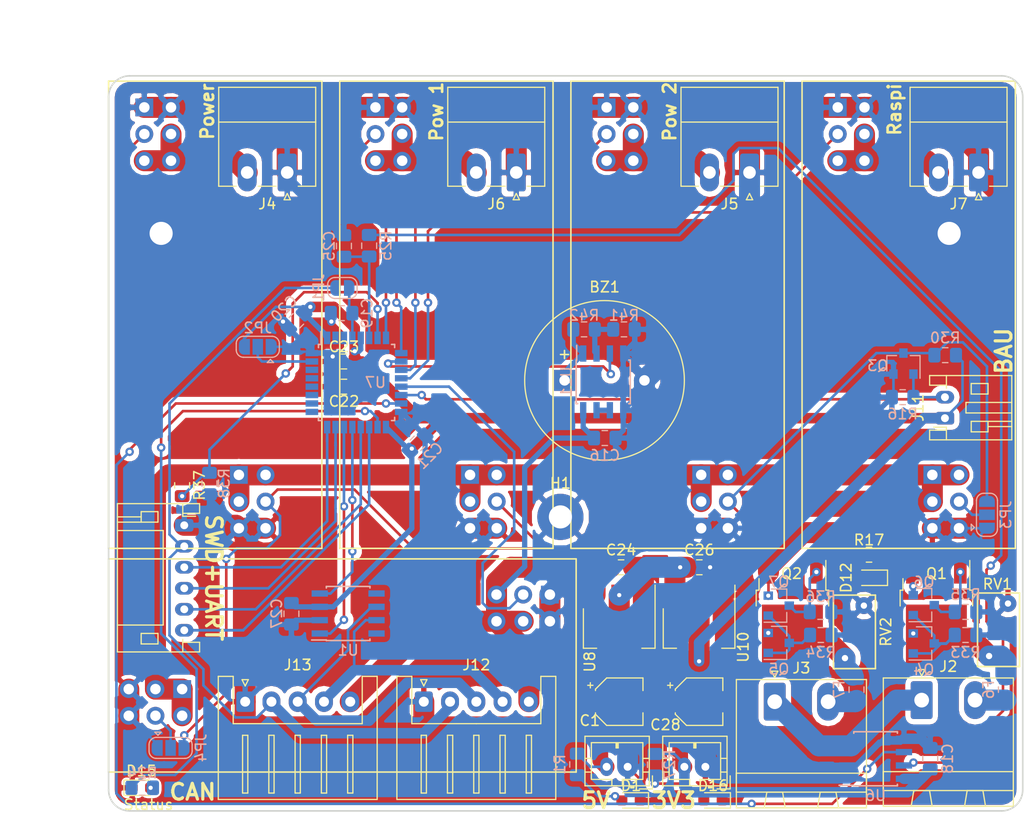
<source format=kicad_pcb>
(kicad_pcb (version 20171130) (host pcbnew 5.0.1)
  (layers (0 F.Cu signal) (31 B.Cu signal) (34 B.Paste user) (35 F.Paste user) (36 B.SilkS user) (37 F.SilkS user) (38 B.Mask user) (39 F.Mask user) (44 Edge.Cuts user))
  (net 0 "")
  (net 1 GND)
  (net 2 /buck/Pow1_mes)
  (net 3 "Net-(B3-Pad10)")
  (net 4 /buck/power)
  (net 5 /buck/on-off)
  (net 6 +7.5V)
  (net 7 /buck/Logic_mes)
  (net 8 /buck/RPi_mes)
  (net 9 "Net-(B1-Pad10)")
  (net 10 "Net-(B4-Pad10)")
  (net 11 /buck/Pow2_mes)
  (net 12 /STM32/TSMR)
  (net 13 "Net-(B5-Pad10)")
  (net 14 "Net-(F7-Pad1)")
  (net 15 "Net-(F6-Pad1)")
  (net 16 /STM32/raw)
  (net 17 "Net-(R41-Pad2)")
  (net 18 "Net-(BZ1-Pad1)")
  (net 19 /buck/bau)
  (net 20 "Net-(D12-Pad2)")
  (net 21 "Net-(D15-Pad2)")
  (net 22 "Net-(R24-Pad2)")
  (net 23 "Net-(D16-Pad2)")
  (net 24 +3V3)
  (net 25 "Net-(Q4-Pad1)")
  (net 26 "Net-(Q5-Pad1)")
  (net 27 "Net-(Q2-Pad1)")
  (net 28 "Net-(Q1-Pad1)")
  (net 29 "Net-(C25-Pad2)")
  (net 30 /STM32/sense)
  (net 31 "Net-(U11-Pad3)")
  (net 32 "Net-(U11-Pad6)")
  (net 33 "Net-(J12-Pad4)")
  (net 34 "Net-(J12-Pad3)")
  (net 35 /STM32/CAN_RX)
  (net 36 /STM32/CAN_TX)
  (net 37 /power_selection/gnd_alims)
  (net 38 /STM32/sense_fault)
  (net 39 /STM32/TMS)
  (net 40 /STM32/TCK)
  (net 41 /STM32/TX_1)
  (net 42 /STM32/RX_1)
  (net 43 "Net-(JP2-Pad2)")
  (net 44 /STM32/nrst)
  (net 45 /power_selection/Vbatt+)
  (net 46 /power_selection/Valim+)
  (net 47 "Net-(C19-Pad1)")
  (net 48 "Net-(C1-Pad1)")
  (net 49 "Net-(D1-Pad2)")
  (net 50 "Net-(B1-Pad4)")
  (net 51 "Net-(B2-Pad4)")
  (net 52 "Net-(U1-Pad8)")
  (net 53 "Net-(U1-Pad5)")
  (net 54 "Net-(U7-Pad30)")
  (net 55 "Net-(U7-Pad29)")
  (net 56 "Net-(U7-Pad28)")
  (net 57 "Net-(U7-Pad27)")
  (net 58 "Net-(U7-Pad26)")
  (net 59 "Net-(U7-Pad25)")
  (net 60 "Net-(U7-Pad3)")
  (net 61 "Net-(U7-Pad2)")
  (module board_fille:board_fille (layer F.Cu) (at 102 95 90)
    (fp_text reference B3 hide)
    (fp_text value board_fille)
    (pad 7 thru_hole rect (at 42 3.4 90) (size 1.7 1.7) (drill 1) (layers *.Cu *.Mask) (net 1 GND))
    (pad 9 thru_hole circle (at 39.46 3.4 90) (size 1.7 1.7) (drill 1) (layers *.Cu *.Mask) (net 2 /buck/Pow1_mes))
    (pad 11 thru_hole circle (at 36.92 3.4 90) (size 1.7 1.7) (drill 1) (layers *.Cu *.Mask) (net 3 "Net-(B3-Pad10)"))
    (pad 8 thru_hole circle (at 42 5.94 90) (size 1.7 1.7) (drill 1) (layers *.Cu *.Mask) (net 1 GND))
    (pad 10 thru_hole circle (at 39.46 5.94 90) (size 1.7 1.7) (drill 1) (layers *.Cu *.Mask) (net 3 "Net-(B3-Pad10)"))
    (pad 12 thru_hole circle (at 36.92 5.94 90) (size 1.7 1.7) (drill 1) (layers *.Cu *.Mask) (net 3 "Net-(B3-Pad10)"))
    (pad 1 thru_hole rect (at 7 12.4 90) (size 1.7 1.7) (drill 1) (layers *.Cu *.Mask) (net 4 /buck/power))
    (pad 3 thru_hole circle (at 4.46 12.4 90) (size 1.7 1.7) (drill 1) (layers *.Cu *.Mask) (net 4 /buck/power))
    (pad 5 thru_hole circle (at 1.92 12.4 90) (size 1.7 1.7) (drill 1) (layers *.Cu *.Mask) (net 1 GND))
    (pad 2 thru_hole circle (at 7 14.94 90) (size 1.7 1.7) (drill 1) (layers *.Cu *.Mask) (net 4 /buck/power))
    (pad 4 thru_hole circle (at 4.46 14.94 90) (size 1.7 1.7) (drill 1) (layers *.Cu *.Mask) (net 5 /buck/on-off))
    (pad 6 thru_hole circle (at 1.92 14.94 90) (size 1.7 1.7) (drill 1) (layers *.Cu *.Mask) (net 1 GND))
  )
  (module MountingHole:MountingHole_2.2mm_M2_Pad (layer F.Cu) (at 160 65)
    (fp_text reference H2 hide)
    (fp_text value MountingHole_Pad)
    (pad 1 thru_hole circle (at 0 0) (size 4.4 4.4) (drill 2.2) (layers *.Cu *.Mask) (net 1 GND))
  )
  (module MountingHole:MountingHole_2.2mm_M2_Pad (layer F.Cu) (at 85 65)
    (fp_text reference H3 hide)
    (fp_text value MountingHole_Pad)
    (pad 1 thru_hole circle (at 0 0) (size 4.4 4.4) (drill 2.2) (layers *.Cu *.Mask) (net 1 GND))
  )
  (module MountingHole:MountingHole_2.2mm_M2_Pad (layer F.Cu) (at 123 92)
    (fp_text reference H1 (at 0 -3.2) (layer F.SilkS))
    (fp_text value MountingHole_Pad)
    (pad 1 thru_hole circle (at 0 0) (size 4.4 4.4) (drill 2.2) (layers *.Cu *.Mask) (net 1 GND))
  )
  (module Varistor:RV_Disc_D7mm_W4mm_P5mm (layer F.Cu) (at 163.8 105.250078 90)
    (fp_text reference RV1 (at 6.850078 0.8 180) (layer F.SilkS))
    (fp_text value Varistor)
    (pad 2 thru_hole circle (at 5 1.8 90) (size 1.6 1.6) (drill 0.6) (layers *.Cu *.Mask) (net 1 GND))
    (pad 1 thru_hole circle (at 0 0 90) (size 1.6 1.6) (drill 0.6) (layers *.Cu *.Mask) (net 15 "Net-(F6-Pad1)"))
  )
  (module board_fille:board_fille (layer F.Cu) (at 80 96)
    (fp_text reference B2 hide)
    (fp_text value board_fille)
    (pad 7 thru_hole rect (at 42 3.4) (size 1.7 1.7) (drill 1) (layers *.Cu *.Mask) (net 1 GND))
    (pad 9 thru_hole circle (at 39.46 3.4) (size 1.7 1.7) (drill 1) (layers *.Cu *.Mask) (net 7 /buck/Logic_mes))
    (pad 11 thru_hole circle (at 36.92 3.4) (size 1.7 1.7) (drill 1) (layers *.Cu *.Mask) (net 6 +7.5V))
    (pad 8 thru_hole circle (at 42 5.94) (size 1.7 1.7) (drill 1) (layers *.Cu *.Mask) (net 1 GND))
    (pad 10 thru_hole circle (at 39.46 5.94) (size 1.7 1.7) (drill 1) (layers *.Cu *.Mask) (net 6 +7.5V))
    (pad 12 thru_hole circle (at 36.92 5.94) (size 1.7 1.7) (drill 1) (layers *.Cu *.Mask) (net 6 +7.5V))
    (pad 1 thru_hole rect (at 7 12.4) (size 1.7 1.7) (drill 1) (layers *.Cu *.Mask) (net 4 /buck/power))
    (pad 3 thru_hole circle (at 4.46 12.4) (size 1.7 1.7) (drill 1) (layers *.Cu *.Mask) (net 4 /buck/power))
    (pad 5 thru_hole circle (at 1.92 12.4) (size 1.7 1.7) (drill 1) (layers *.Cu *.Mask) (net 1 GND))
    (pad 2 thru_hole circle (at 7 14.94) (size 1.7 1.7) (drill 1) (layers *.Cu *.Mask) (net 4 /buck/power))
    (pad 4 thru_hole circle (at 4.46 14.94) (size 1.7 1.7) (drill 1) (layers *.Cu *.Mask) (net 51 "Net-(B2-Pad4)"))
    (pad 6 thru_hole circle (at 1.92 14.94) (size 1.7 1.7) (drill 1) (layers *.Cu *.Mask) (net 1 GND))
  )
  (module Buzzer_Beeper:Buzzer_15x7.5RM7.6 (layer F.Cu) (at 123.4 79)
    (fp_text reference BZ1 (at 3.81 -8.89) (layer F.SilkS))
    (fp_text value Buzzer)
    (fp_text user + (at -0.01 -2.54) (layer F.SilkS))
    (pad 2 thru_hole circle (at 7.6 0) (size 2 2) (drill 1) (layers *.Cu *.Mask) (net 1 GND))
    (pad 1 thru_hole rect (at 0 0) (size 2 2) (drill 1) (layers *.Cu *.Mask) (net 18 "Net-(BZ1-Pad1)"))
  )
  (module Capacitor_SMD:C_0805_2012Metric_Pad1.15x1.40mm_HandSolder (layer B.Cu) (at 97.4 101.225 90)
    (fp_text reference C27 (at 0.025 -1.4 90) (layer B.SilkS) (effects (justify mirror)))
    (fp_text value 100nF)
    (pad 2 smd roundrect (at 1.025 0 90) (size 1.15 1.4) (layers B.Cu B.Paste B.Mask) (roundrect_rratio 0.217391) (net 24 +3V3))
    (pad 1 smd roundrect (at -1.025 0 90) (size 1.15 1.4) (layers B.Cu B.Paste B.Mask) (roundrect_rratio 0.217391) (net 1 GND))
  )
  (module Capacitor_SMD:C_0805_2012Metric_Pad1.15x1.40mm_HandSolder (layer F.Cu) (at 136.225 96.8)
    (fp_text reference C26 (at 0 -1.65) (layer F.SilkS))
    (fp_text value C)
    (pad 2 smd roundrect (at 1.025 0) (size 1.15 1.4) (layers F.Cu F.Paste F.Mask) (roundrect_rratio 0.217391) (net 1 GND))
    (pad 1 smd roundrect (at -1.025 0) (size 1.15 1.4) (layers F.Cu F.Paste F.Mask) (roundrect_rratio 0.217391) (net 48 "Net-(C1-Pad1)"))
  )
  (module Capacitor_SMD:C_0805_2012Metric_Pad1.15x1.40mm_HandSolder (layer B.Cu) (at 102.4 66.2 270)
    (fp_text reference C25 (at 0 1.4 270) (layer B.SilkS) (effects (justify mirror)))
    (fp_text value C)
    (pad 2 smd roundrect (at 1.025 0 270) (size 1.15 1.4) (layers B.Cu B.Paste B.Mask) (roundrect_rratio 0.217391) (net 29 "Net-(C25-Pad2)"))
    (pad 1 smd roundrect (at -1.025 0 270) (size 1.15 1.4) (layers B.Cu B.Paste B.Mask) (roundrect_rratio 0.217391) (net 1 GND))
  )
  (module Capacitor_SMD:C_0805_2012Metric_Pad1.15x1.40mm_HandSolder (layer F.Cu) (at 102.4 77.2 180)
    (fp_text reference C23 (at 0 1.4 180) (layer F.SilkS))
    (fp_text value 100nF)
    (pad 2 smd roundrect (at 1.025 0 180) (size 1.15 1.4) (layers F.Cu F.Paste F.Mask) (roundrect_rratio 0.217391) (net 1 GND))
    (pad 1 smd roundrect (at -1.025 0 180) (size 1.15 1.4) (layers F.Cu F.Paste F.Mask) (roundrect_rratio 0.217391) (net 24 +3V3))
  )
  (module Capacitor_SMD:C_0805_2012Metric_Pad1.15x1.40mm_HandSolder (layer F.Cu) (at 102.4 79.6 180)
    (fp_text reference C22 (at 0 -1.4 180) (layer F.SilkS))
    (fp_text value 4.7uF)
    (pad 2 smd roundrect (at 1.025 0 180) (size 1.15 1.4) (layers F.Cu F.Paste F.Mask) (roundrect_rratio 0.217391) (net 1 GND))
    (pad 1 smd roundrect (at -1.025 0 180) (size 1.15 1.4) (layers F.Cu F.Paste F.Mask) (roundrect_rratio 0.217391) (net 24 +3V3))
  )
  (module Capacitor_SMD:C_0805_2012Metric_Pad1.15x1.40mm_HandSolder (layer B.Cu) (at 109.4 85 45)
    (fp_text reference C21 (at 0 1.65 45) (layer B.SilkS) (effects (justify mirror)))
    (fp_text value 100nF)
    (pad 2 smd roundrect (at 1.025 0 45) (size 1.15 1.4) (layers B.Cu B.Paste B.Mask) (roundrect_rratio 0.217391) (net 1 GND))
    (pad 1 smd roundrect (at -1.025 0 45) (size 1.15 1.4) (layers B.Cu B.Paste B.Mask) (roundrect_rratio 0.217391) (net 24 +3V3))
  )
  (module Capacitor_SMD:C_0805_2012Metric_Pad1.15x1.40mm_HandSolder (layer B.Cu) (at 97.875216 73.324784 225)
    (fp_text reference C20 (at 0 1.65 225) (layer B.SilkS) (effects (justify mirror)))
    (fp_text value 100nF)
    (pad 2 smd roundrect (at 1.025 0 225) (size 1.15 1.4) (layers B.Cu B.Paste B.Mask) (roundrect_rratio 0.217391) (net 1 GND))
    (pad 1 smd roundrect (at -1.025 0 225) (size 1.15 1.4) (layers B.Cu B.Paste B.Mask) (roundrect_rratio 0.217391) (net 24 +3V3))
  )
  (module Capacitor_SMD:C_0805_2012Metric_Pad1.15x1.40mm_HandSolder (layer B.Cu) (at 102.175 72.6 180)
    (fp_text reference C19 (at -2.425 0 270) (layer B.SilkS) (effects (justify mirror)))
    (fp_text value 100nF)
    (pad 2 smd roundrect (at 1.025 0 180) (size 1.15 1.4) (layers B.Cu B.Paste B.Mask) (roundrect_rratio 0.217391) (net 1 GND))
    (pad 1 smd roundrect (at -1.025 0 180) (size 1.15 1.4) (layers B.Cu B.Paste B.Mask) (roundrect_rratio 0.217391) (net 47 "Net-(C19-Pad1)"))
  )
  (module Capacitor_SMD:C_0805_2012Metric_Pad1.15x1.40mm_HandSolder (layer B.Cu) (at 158.2 115.025 90)
    (fp_text reference C18 (at 0 1.65 90) (layer B.SilkS) (effects (justify mirror)))
    (fp_text value 100nF)
    (pad 2 smd roundrect (at 1.025 0 90) (size 1.15 1.4) (layers B.Cu B.Paste B.Mask) (roundrect_rratio 0.217391) (net 1 GND))
    (pad 1 smd roundrect (at -1.025 0 90) (size 1.15 1.4) (layers B.Cu B.Paste B.Mask) (roundrect_rratio 0.217391) (net 24 +3V3))
  )
  (module Capacitor_SMD:C_0805_2012Metric_Pad1.15x1.40mm_HandSolder (layer B.Cu) (at 127.22548 84.49197)
    (fp_text reference C16 (at 0 1.65) (layer B.SilkS) (effects (justify mirror)))
    (fp_text value C)
    (pad 2 smd roundrect (at 1.025 0) (size 1.15 1.4) (layers B.Cu B.Paste B.Mask) (roundrect_rratio 0.217391) (net 1 GND))
    (pad 1 smd roundrect (at -1.025 0) (size 1.15 1.4) (layers B.Cu B.Paste B.Mask) (roundrect_rratio 0.217391) (net 6 +7.5V))
  )
  (module Capacitor_SMD:C_0805_2012Metric_Pad1.15x1.40mm_HandSolder (layer F.Cu) (at 128.775 96.8)
    (fp_text reference C24 (at 0 -1.65) (layer F.SilkS))
    (fp_text value 100nF)
    (pad 2 smd roundrect (at 1.025 0) (size 1.15 1.4) (layers F.Cu F.Paste F.Mask) (roundrect_rratio 0.217391) (net 1 GND))
    (pad 1 smd roundrect (at -1.025 0) (size 1.15 1.4) (layers F.Cu F.Paste F.Mask) (roundrect_rratio 0.217391) (net 6 +7.5V))
  )
  (module Connector_JST:JST_PH_B2B-PH-K_1x02_P2.00mm_Vertical (layer F.Cu) (at 136.8 115.8 180)
    (fp_text reference J10 hide)
    (fp_text value Conn_+3.3V)
    (pad 2 thru_hole oval (at 2 0 180) (size 1.2 1.75) (drill 0.75) (layers *.Cu *.Mask) (net 24 +3V3))
    (pad 1 thru_hole roundrect (at 0 0 180) (size 1.2 1.75) (drill 0.75) (layers *.Cu *.Mask) (roundrect_rratio 0.208333) (net 1 GND))
  )
  (module Connector_JST:JST_PH_B2B-PH-K_1x02_P2.00mm_Vertical (layer F.Cu) (at 129.4 115.8 180)
    (fp_text reference J8 hide)
    (fp_text value Conn_+5V)
    (pad 2 thru_hole oval (at 2 0 180) (size 1.2 1.75) (drill 0.75) (layers *.Cu *.Mask) (net 48 "Net-(C1-Pad1)"))
    (pad 1 thru_hole roundrect (at 0 0 180) (size 1.2 1.75) (drill 0.75) (layers *.Cu *.Mask) (roundrect_rratio 0.208333) (net 1 GND))
  )
  (module Connector_Phoenix_MSTB:PhoenixContact_MSTBA_2,5_2-G-5,08_1x02_P5.08mm_Horizontal (layer F.Cu) (at 143.4 109.6)
    (fp_text reference J3 (at 2.54 -3.2) (layer F.SilkS))
    (fp_text value Conn_alim)
    (pad 2 thru_hole oval (at 5.08 0) (size 2.08 3.6) (drill 1.4) (layers *.Cu *.Mask) (net 46 /power_selection/Valim+))
    (pad 1 thru_hole roundrect (at 0 0) (size 2.08 3.6) (drill 1.4) (layers *.Cu *.Mask) (roundrect_rratio 0.120192) (net 37 /power_selection/gnd_alims))
  )
  (module Connector_Phoenix_MSTB:PhoenixContact_MSTBA_2,5_2-G-5,08_1x02_P5.08mm_Horizontal (layer F.Cu) (at 157.384666 109.450078)
    (fp_text reference J2 (at 2.54 -3.2) (layer F.SilkS))
    (fp_text value Conn_batt)
    (pad 2 thru_hole oval (at 5.08 0) (size 2.08 3.6) (drill 1.4) (layers *.Cu *.Mask) (net 45 /power_selection/Vbatt+))
    (pad 1 thru_hole roundrect (at 0 0) (size 2.08 3.6) (drill 1.4) (layers *.Cu *.Mask) (roundrect_rratio 0.120192) (net 37 /power_selection/gnd_alims))
  )
  (module Fuse:Fuse_0805_2012Metric_Pad1.15x1.40mm_HandSolder (layer B.Cu) (at 151.184666 108.450078 270)
    (fp_text reference F7 (at 0 1.65 270) (layer B.SilkS) (effects (justify mirror)))
    (fp_text value Fuse)
    (pad 2 smd roundrect (at 1.025 0 270) (size 1.15 1.4) (layers B.Cu B.Paste B.Mask) (roundrect_rratio 0.217391) (net 46 /power_selection/Valim+))
    (pad 1 smd roundrect (at -1.025 0 270) (size 1.15 1.4) (layers B.Cu B.Paste B.Mask) (roundrect_rratio 0.217391) (net 14 "Net-(F7-Pad1)"))
  )
  (module Fuse:Fuse_0805_2012Metric_Pad1.15x1.40mm_HandSolder (layer B.Cu) (at 165.4 108.450078 270)
    (fp_text reference F6 (at 0 1.65 270) (layer B.SilkS) (effects (justify mirror)))
    (fp_text value Fuse)
    (pad 2 smd roundrect (at 1.025 0 270) (size 1.15 1.4) (layers B.Cu B.Paste B.Mask) (roundrect_rratio 0.217391) (net 45 /power_selection/Vbatt+))
    (pad 1 smd roundrect (at -1.025 0 270) (size 1.15 1.4) (layers B.Cu B.Paste B.Mask) (roundrect_rratio 0.217391) (net 15 "Net-(F6-Pad1)"))
  )
  (module Jumper:SolderJumper-2_P1.3mm_Open_RoundedPad1.0x1.5mm (layer B.Cu) (at 102.25 70.2)
    (fp_text reference JP1 (at -2.25 0 90) (layer B.SilkS) (effects (justify mirror)))
    (fp_text value Jumper_NC_Small)
    (pad 2 smd custom (at 0.65 0) (size 1 0.5) (layers B.Cu B.Mask) (net 47 "Net-(C19-Pad1)") (options (clearance outline) (anchor rect)) (primitives (gr_circle (center 0 -0.25) (end 0.5 -0.25) (width 0)) (gr_circle (center 0 0.25) (end 0.5 0.25) (width 0)) (gr_poly (pts (xy 0 0.75) (xy -0.5 0.75) (xy -0.5 -0.75) (xy 0 -0.75)) (width 0))))
    (pad 1 smd custom (at -0.65 0) (size 1 0.5) (layers B.Cu B.Mask) (net 44 /STM32/nrst) (options (clearance outline) (anchor rect)) (primitives (gr_circle (center 0 -0.25) (end 0.5 -0.25) (width 0)) (gr_circle (center 0 0.25) (end 0.5 0.25) (width 0)) (gr_poly (pts (xy 0 0.75) (xy 0.5 0.75) (xy 0.5 -0.75) (xy 0 -0.75)) (width 0))))
  )
  (module Jumper:SolderJumper-3_P1.3mm_Open_RoundedPad1.0x1.5mm (layer B.Cu) (at 94.2 75.8 180)
    (fp_text reference JP2 (at 0 1.8 180) (layer B.SilkS) (effects (justify mirror)))
    (fp_text value Jumper_NC_Dual)
    (pad 2 smd rect (at 0 0 180) (size 1 1.5) (layers B.Cu B.Mask) (net 43 "Net-(JP2-Pad2)"))
    (pad 3 smd custom (at 1.3 0 180) (size 1 0.5) (layers B.Cu B.Mask) (net 24 +3V3) (options (clearance outline) (anchor rect)) (primitives (gr_circle (center 0 -0.25) (end 0.5 -0.25) (width 0)) (gr_circle (center 0 0.25) (end 0.5 0.25) (width 0)) (gr_poly (pts (xy -0.55 0.75) (xy 0 0.75) (xy 0 -0.75) (xy -0.55 -0.75)) (width 0))))
    (pad 1 smd custom (at -1.3 0 180) (size 1 0.5) (layers B.Cu B.Mask) (net 1 GND) (options (clearance outline) (anchor rect)) (primitives (gr_circle (center 0 -0.25) (end 0.5 -0.25) (width 0)) (gr_circle (center 0 0.25) (end 0.5 0.25) (width 0)) (gr_poly (pts (xy 0.55 0.75) (xy 0 0.75) (xy 0 -0.75) (xy 0.55 -0.75)) (width 0))))
  )
  (module LED_SMD:LED_0603_1608Metric_Pad1.05x0.95mm_HandSolder (layer F.Cu) (at 152.475 97.8 180)
    (fp_text reference D12 (at 2.275 0 270) (layer F.SilkS))
    (fp_text value LED)
    (pad 2 smd roundrect (at 0.875 0 180) (size 1.05 0.95) (layers F.Cu F.Paste F.Mask) (net 20 "Net-(D12-Pad2)"))
    (pad 1 smd roundrect (at -0.875 0 180) (size 1.05 0.95) (layers F.Cu F.Paste F.Mask) (net 1 GND))
  )
  (module LED_SMD:LED_0603_1608Metric_Pad1.05x0.95mm_HandSolder (layer F.Cu) (at 137.525 119 180)
    (fp_text reference D16 (at 0 1.4 180) (layer F.SilkS))
    (fp_text value LED)
    (pad 2 smd roundrect (at 0.875 0 180) (size 1.05 0.95) (layers F.Cu F.Paste F.Mask) (net 23 "Net-(D16-Pad2)"))
    (pad 1 smd roundrect (at -0.875 0 180) (size 1.05 0.95) (layers F.Cu F.Paste F.Mask) (net 1 GND))
  )
  (module LED_SMD:LED_0603_1608Metric_Pad1.05x0.95mm_HandSolder (layer F.Cu) (at 83.125 117.8)
    (fp_text reference D15 (at 0 -1.6) (layer F.SilkS))
    (fp_text value LED)
    (pad 2 smd roundrect (at 0.875 0) (size 1.05 0.95) (layers F.Cu F.Paste F.Mask) (net 21 "Net-(D15-Pad2)"))
    (pad 1 smd roundrect (at -0.875 0) (size 1.05 0.95) (layers F.Cu F.Paste F.Mask) (net 1 GND))
  )
  (module Package_QFP:LQFP-32_7x7mm_P0.8mm (layer B.Cu) (at 103.6 79.2 270)
    (fp_text reference U7 (at 0 -1.8) (layer B.SilkS) (effects (justify mirror)))
    (fp_text value STM32F303K8Tx)
    (pad 32 smd rect (at -2.8 4.25 180) (size 1.2 0.6) (layers B.Cu B.Paste B.Mask) (net 1 GND))
    (pad 31 smd rect (at -2 4.25 180) (size 1.2 0.6) (layers B.Cu B.Paste B.Mask) (net 43 "Net-(JP2-Pad2)"))
    (pad 30 smd rect (at -1.2 4.25 180) (size 1.2 0.6) (layers B.Cu B.Paste B.Mask) (net 54 "Net-(U7-Pad30)"))
    (pad 29 smd rect (at -0.4 4.25 180) (size 1.2 0.6) (layers B.Cu B.Paste B.Mask) (net 55 "Net-(U7-Pad29)"))
    (pad 28 smd rect (at 0.4 4.25 180) (size 1.2 0.6) (layers B.Cu B.Paste B.Mask) (net 56 "Net-(U7-Pad28)"))
    (pad 27 smd rect (at 1.2 4.25 180) (size 1.2 0.6) (layers B.Cu B.Paste B.Mask) (net 57 "Net-(U7-Pad27)"))
    (pad 26 smd rect (at 2 4.25 180) (size 1.2 0.6) (layers B.Cu B.Paste B.Mask) (net 58 "Net-(U7-Pad26)"))
    (pad 25 smd rect (at 2.8 4.25 180) (size 1.2 0.6) (layers B.Cu B.Paste B.Mask) (net 59 "Net-(U7-Pad25)"))
    (pad 24 smd rect (at 4.25 2.8 270) (size 1.2 0.6) (layers B.Cu B.Paste B.Mask) (net 40 /STM32/TCK))
    (pad 23 smd rect (at 4.25 2 270) (size 1.2 0.6) (layers B.Cu B.Paste B.Mask) (net 39 /STM32/TMS))
    (pad 22 smd rect (at 4.25 1.2 270) (size 1.2 0.6) (layers B.Cu B.Paste B.Mask) (net 36 /STM32/CAN_TX))
    (pad 21 smd rect (at 4.25 0.4 270) (size 1.2 0.6) (layers B.Cu B.Paste B.Mask) (net 35 /STM32/CAN_RX))
    (pad 20 smd rect (at 4.25 -0.4 270) (size 1.2 0.6) (layers B.Cu B.Paste B.Mask) (net 42 /STM32/RX_1))
    (pad 19 smd rect (at 4.25 -1.2 270) (size 1.2 0.6) (layers B.Cu B.Paste B.Mask) (net 41 /STM32/TX_1))
    (pad 18 smd rect (at 4.25 -2 270) (size 1.2 0.6) (layers B.Cu B.Paste B.Mask) (net 22 "Net-(R24-Pad2)"))
    (pad 17 smd rect (at 4.25 -2.8 270) (size 1.2 0.6) (layers B.Cu B.Paste B.Mask) (net 24 +3V3))
    (pad 16 smd rect (at 2.8 -4.25 180) (size 1.2 0.6) (layers B.Cu B.Paste B.Mask) (net 1 GND))
    (pad 15 smd rect (at 2 -4.25 180) (size 1.2 0.6) (layers B.Cu B.Paste B.Mask) (net 38 /STM32/sense_fault))
    (pad 14 smd rect (at 1.2 -4.25 180) (size 1.2 0.6) (layers B.Cu B.Paste B.Mask) (net 19 /buck/bau))
    (pad 13 smd rect (at 0.4 -4.25 180) (size 1.2 0.6) (layers B.Cu B.Paste B.Mask) (net 7 /buck/Logic_mes))
    (pad 12 smd rect (at -0.4 -4.25 180) (size 1.2 0.6) (layers B.Cu B.Paste B.Mask) (net 8 /buck/RPi_mes))
    (pad 11 smd rect (at -1.2 -4.25 180) (size 1.2 0.6) (layers B.Cu B.Paste B.Mask) (net 11 /buck/Pow2_mes))
    (pad 10 smd rect (at -2 -4.25 180) (size 1.2 0.6) (layers B.Cu B.Paste B.Mask) (net 31 "Net-(U11-Pad3)"))
    (pad 9 smd rect (at -2.8 -4.25 180) (size 1.2 0.6) (layers B.Cu B.Paste B.Mask) (net 2 /buck/Pow1_mes))
    (pad 8 smd rect (at -4.25 -2.8 270) (size 1.2 0.6) (layers B.Cu B.Paste B.Mask) (net 12 /STM32/TSMR))
    (pad 7 smd rect (at -4.25 -2 270) (size 1.2 0.6) (layers B.Cu B.Paste B.Mask) (net 16 /STM32/raw))
    (pad 6 smd rect (at -4.25 -1.2 270) (size 1.2 0.6) (layers B.Cu B.Paste B.Mask) (net 29 "Net-(C25-Pad2)"))
    (pad 5 smd rect (at -4.25 -0.4 270) (size 1.2 0.6) (layers B.Cu B.Paste B.Mask) (net 24 +3V3))
    (pad 4 smd rect (at -4.25 0.4 270) (size 1.2 0.6) (layers B.Cu B.Paste B.Mask) (net 47 "Net-(C19-Pad1)"))
    (pad 3 smd rect (at -4.25 1.2 270) (size 1.2 0.6) (layers B.Cu B.Paste B.Mask) (net 60 "Net-(U7-Pad3)"))
    (pad 2 smd rect (at -4.25 2 270) (size 1.2 0.6) (layers B.Cu B.Paste B.Mask) (net 61 "Net-(U7-Pad2)"))
    (pad 1 smd rect (at -4.25 2.8 270) (size 1.2 0.6) (layers B.Cu B.Paste B.Mask) (net 24 +3V3))
  )
  (module Package_SO:SOIC-8_3.9x4.9mm_P1.27mm (layer B.Cu) (at 153 115.035)
    (fp_text reference U6 (at 0 3.5) (layer B.SilkS) (effects (justify mirror)))
    (fp_text value ACS711xLCTR-12AB)
    (pad 8 smd rect (at 2.7 1.905) (size 1.55 0.6) (layers B.Cu B.Paste B.Mask) (net 24 +3V3))
    (pad 7 smd rect (at 2.7 0.635) (size 1.55 0.6) (layers B.Cu B.Paste B.Mask) (net 30 /STM32/sense))
    (pad 6 smd rect (at 2.7 -0.635) (size 1.55 0.6) (layers B.Cu B.Paste B.Mask) (net 38 /STM32/sense_fault))
    (pad 5 smd rect (at 2.7 -1.905) (size 1.55 0.6) (layers B.Cu B.Paste B.Mask) (net 1 GND))
    (pad 4 smd rect (at -2.7 -1.905) (size 1.55 0.6) (layers B.Cu B.Paste B.Mask) (net 37 /power_selection/gnd_alims))
    (pad 3 smd rect (at -2.7 -0.635) (size 1.55 0.6) (layers B.Cu B.Paste B.Mask) (net 37 /power_selection/gnd_alims))
    (pad 2 smd rect (at -2.7 0.635) (size 1.55 0.6) (layers B.Cu B.Paste B.Mask) (net 1 GND))
    (pad 1 smd rect (at -2.7 1.905) (size 1.55 0.6) (layers B.Cu B.Paste B.Mask) (net 1 GND))
  )
  (module Package_SO:SOIC-8_3.9x4.9mm_P1.27mm (layer B.Cu) (at 102.8 101.2)
    (fp_text reference U1 (at 0 3.5) (layer B.SilkS) (effects (justify mirror)))
    (fp_text value TCAN332)
    (pad 8 smd rect (at 2.7 1.905) (size 1.55 0.6) (layers B.Cu B.Paste B.Mask) (net 52 "Net-(U1-Pad8)"))
    (pad 7 smd rect (at 2.7 0.635) (size 1.55 0.6) (layers B.Cu B.Paste B.Mask) (net 33 "Net-(J12-Pad4)"))
    (pad 6 smd rect (at 2.7 -0.635) (size 1.55 0.6) (layers B.Cu B.Paste B.Mask) (net 34 "Net-(J12-Pad3)"))
    (pad 5 smd rect (at 2.7 -1.905) (size 1.55 0.6) (layers B.Cu B.Paste B.Mask) (net 53 "Net-(U1-Pad5)"))
    (pad 4 smd rect (at -2.7 -1.905) (size 1.55 0.6) (layers B.Cu B.Paste B.Mask) (net 35 /STM32/CAN_RX))
    (pad 3 smd rect (at -2.7 -0.635) (size 1.55 0.6) (layers B.Cu B.Paste B.Mask) (net 24 +3V3))
    (pad 2 smd rect (at -2.7 0.635) (size 1.55 0.6) (layers B.Cu B.Paste B.Mask) (net 1 GND))
    (pad 1 smd rect (at -2.7 1.905) (size 1.55 0.6) (layers B.Cu B.Paste B.Mask) (net 36 /STM32/CAN_TX))
  )
  (module Package_SO:SOIC-8_3.9x4.9mm_P1.27mm (layer B.Cu) (at 127.07548 79.14197 270)
    (fp_text reference U11 (at 0 3.5 270) (layer B.SilkS) (effects (justify mirror)))
    (fp_text value LM358)
    (pad 8 smd rect (at 2.7 1.905 270) (size 1.55 0.6) (layers B.Cu B.Paste B.Mask) (net 6 +7.5V))
    (pad 7 smd rect (at 2.7 0.635 270) (size 1.55 0.6) (layers B.Cu B.Paste B.Mask) (net 32 "Net-(U11-Pad6)"))
    (pad 6 smd rect (at 2.7 -0.635 270) (size 1.55 0.6) (layers B.Cu B.Paste B.Mask) (net 32 "Net-(U11-Pad6)"))
    (pad 5 smd rect (at 2.7 -1.905 270) (size 1.55 0.6) (layers B.Cu B.Paste B.Mask) (net 1 GND))
    (pad 4 smd rect (at -2.7 -1.905 270) (size 1.55 0.6) (layers B.Cu B.Paste B.Mask) (net 1 GND))
    (pad 3 smd rect (at -2.7 -0.635 270) (size 1.55 0.6) (layers B.Cu B.Paste B.Mask) (net 31 "Net-(U11-Pad3)"))
    (pad 2 smd rect (at -2.7 0.635 270) (size 1.55 0.6) (layers B.Cu B.Paste B.Mask) (net 17 "Net-(R41-Pad2)"))
    (pad 1 smd rect (at -2.7 1.905 270) (size 1.55 0.6) (layers B.Cu B.Paste B.Mask) (net 18 "Net-(BZ1-Pad1)"))
  )
  (module Package_TO_SOT_SMD:SOT-223-3_TabPin2 (layer F.Cu) (at 136.2 102.6 270)
    (fp_text reference U10 (at 1.8 -4.2 270) (layer F.SilkS))
    (fp_text value LD1117S33TR_SOT223)
    (pad 1 smd rect (at -3.15 -2.3 270) (size 2 1.5) (layers F.Cu F.Paste F.Mask) (net 1 GND))
    (pad 3 smd rect (at -3.15 2.3 270) (size 2 1.5) (layers F.Cu F.Paste F.Mask) (net 48 "Net-(C1-Pad1)"))
    (pad 2 smd rect (at -3.15 0 270) (size 2 1.5) (layers F.Cu F.Paste F.Mask) (net 24 +3V3))
    (pad 2 smd rect (at 3.15 0 270) (size 2 3.8) (layers F.Cu F.Paste F.Mask) (net 24 +3V3))
  )
  (module Package_TO_SOT_SMD:SOT-223-3_TabPin2 (layer F.Cu) (at 128.6 102.6 270)
    (fp_text reference U8 (at 3.2 2.8 270) (layer F.SilkS))
    (fp_text value LD1117S50TR_SOT223)
    (pad 1 smd rect (at -3.15 -2.3 270) (size 2 1.5) (layers F.Cu F.Paste F.Mask) (net 1 GND))
    (pad 3 smd rect (at -3.15 2.3 270) (size 2 1.5) (layers F.Cu F.Paste F.Mask) (net 6 +7.5V))
    (pad 2 smd rect (at -3.15 0 270) (size 2 1.5) (layers F.Cu F.Paste F.Mask) (net 48 "Net-(C1-Pad1)"))
    (pad 2 smd rect (at 3.15 0 270) (size 2 3.8) (layers F.Cu F.Paste F.Mask) (net 48 "Net-(C1-Pad1)"))
  )
  (module Package_TO_SOT_SMD:SOT-23 (layer B.Cu) (at 143.784666 100.450078)
    (fp_text reference Q7 (at 0 -2.250078 -180) (layer B.SilkS) (effects (justify mirror)))
    (fp_text value " MMBT2907A ")
    (pad 3 smd rect (at 1 0) (size 0.9 0.8) (layers B.Cu B.Paste B.Mask) (net 27 "Net-(Q2-Pad1)"))
    (pad 2 smd rect (at -1 -0.95) (size 0.9 0.8) (layers B.Cu B.Paste B.Mask) (net 4 /buck/power))
    (pad 1 smd rect (at -1 0.95) (size 0.9 0.8) (layers B.Cu B.Paste B.Mask) (net 26 "Net-(Q5-Pad1)"))
  )
  (module Package_TO_SOT_SMD:SOT-23 (layer B.Cu) (at 143.784666 104.000078)
    (fp_text reference Q5 (at 0 2.5) (layer B.SilkS) (effects (justify mirror)))
    (fp_text value " MMBT2907A ")
    (pad 3 smd rect (at 1 0) (size 0.9 0.8) (layers B.Cu B.Paste B.Mask) (net 26 "Net-(Q5-Pad1)"))
    (pad 2 smd rect (at -1 -0.95) (size 0.9 0.8) (layers B.Cu B.Paste B.Mask) (net 14 "Net-(F7-Pad1)"))
    (pad 1 smd rect (at -1 0.95) (size 0.9 0.8) (layers B.Cu B.Paste B.Mask) (net 26 "Net-(Q5-Pad1)"))
  )
  (module Package_TO_SOT_SMD:SOT-23 (layer B.Cu) (at 157.584666 104.050078)
    (fp_text reference Q4 (at 0 2.5) (layer B.SilkS) (effects (justify mirror)))
    (fp_text value " MMBT2907A ")
    (pad 3 smd rect (at 1 0) (size 0.9 0.8) (layers B.Cu B.Paste B.Mask) (net 25 "Net-(Q4-Pad1)"))
    (pad 2 smd rect (at -1 -0.95) (size 0.9 0.8) (layers B.Cu B.Paste B.Mask) (net 15 "Net-(F6-Pad1)"))
    (pad 1 smd rect (at -1 0.95) (size 0.9 0.8) (layers B.Cu B.Paste B.Mask) (net 25 "Net-(Q4-Pad1)"))
  )
  (module Package_TO_SOT_SMD:SOT-23 (layer B.Cu) (at 155.65 77.4 90)
    (fp_text reference Q3 (at -0.2 -2.45 180) (layer B.SilkS) (effects (justify mirror)))
    (fp_text value BSS138)
    (pad 3 smd rect (at 1 0 90) (size 0.9 0.8) (layers B.Cu B.Paste B.Mask) (net 5 /buck/on-off))
    (pad 2 smd rect (at -1 -0.95 90) (size 0.9 0.8) (layers B.Cu B.Paste B.Mask) (net 1 GND))
    (pad 1 smd rect (at -1 0.95 90) (size 0.9 0.8) (layers B.Cu B.Paste B.Mask) (net 19 /buck/bau))
  )
  (module Package_TO_SOT_SMD:SOT-23 (layer B.Cu) (at 157.584666 100.400078)
    (fp_text reference Q6 (at 0.015334 -2.200078) (layer B.SilkS) (effects (justify mirror)))
    (fp_text value " MMBT2907A ")
    (pad 3 smd rect (at 1 0) (size 0.9 0.8) (layers B.Cu B.Paste B.Mask) (net 28 "Net-(Q1-Pad1)"))
    (pad 2 smd rect (at -1 -0.95) (size 0.9 0.8) (layers B.Cu B.Paste B.Mask) (net 4 /buck/power))
    (pad 1 smd rect (at -1 0.95) (size 0.9 0.8) (layers B.Cu B.Paste B.Mask) (net 25 "Net-(Q4-Pad1)"))
  )
  (module Package_TO_SOT_SMD:TO-252-2 (layer F.Cu) (at 158.784666 101.450078 270)
    (fp_text reference Q1 (at -4.050078 -0.015334) (layer F.SilkS))
    (fp_text value IRFR5305)
    (pad 2 smd rect (at 2.1 0 270) (size 6.4 5.8) (layers F.Cu F.Mask) (net 15 "Net-(F6-Pad1)"))
    (pad 3 smd rect (at -4.2 2.28 270) (size 2.2 1.2) (layers F.Cu F.Paste F.Mask) (net 4 /buck/power))
    (pad 1 smd rect (at -4.2 -2.28 270) (size 2.2 1.2) (layers F.Cu F.Paste F.Mask) (net 28 "Net-(Q1-Pad1)"))
  )
  (module Package_TO_SOT_SMD:TO-252-2 (layer F.Cu) (at 145.084666 101.450078 270)
    (fp_text reference Q2 (at -4.050078 0.084666) (layer F.SilkS))
    (fp_text value IRFR5305)
    (pad 2 smd rect (at 2.1 0 270) (size 6.4 5.8) (layers F.Cu F.Mask) (net 14 "Net-(F7-Pad1)"))
    (pad 3 smd rect (at -4.2 2.28 270) (size 2.2 1.2) (layers F.Cu F.Paste F.Mask) (net 4 /buck/power))
    (pad 1 smd rect (at -4.2 -2.28 270) (size 2.2 1.2) (layers F.Cu F.Paste F.Mask) (net 27 "Net-(Q2-Pad1)"))
  )
  (module Resistor_SMD:R_0805_2012Metric_Pad1.15x1.40mm_HandSolder (layer B.Cu) (at 104.8 66.175 270)
    (fp_text reference R25 (at 0 -1.6 270) (layer B.SilkS) (effects (justify mirror)))
    (fp_text value R)
    (pad 2 smd roundrect (at 1.025 0 270) (size 1.15 1.4) (layers B.Cu B.Paste B.Mask) (roundrect_rratio 0.217391) (net 29 "Net-(C25-Pad2)"))
    (pad 1 smd roundrect (at -1.025 0 270) (size 1.15 1.4) (layers B.Cu B.Paste B.Mask) (roundrect_rratio 0.217391) (net 30 /STM32/sense))
  )
  (module Resistor_SMD:R_0805_2012Metric_Pad1.15x1.40mm_HandSolder (layer B.Cu) (at 161.559666 101.050078)
    (fp_text reference R35 (at 0 -1.650078) (layer B.SilkS) (effects (justify mirror)))
    (fp_text value R)
    (pad 2 smd roundrect (at 1.025 0) (size 1.15 1.4) (layers B.Cu B.Paste B.Mask) (roundrect_rratio 0.217391) (net 1 GND))
    (pad 1 smd roundrect (at -1.025 0) (size 1.15 1.4) (layers B.Cu B.Paste B.Mask) (roundrect_rratio 0.217391) (net 28 "Net-(Q1-Pad1)"))
  )
  (module Resistor_SMD:R_0805_2012Metric_Pad1.15x1.40mm_HandSolder (layer B.Cu) (at 147.759666 101.050078)
    (fp_text reference R36 (at 0 -1.450078) (layer B.SilkS) (effects (justify mirror)))
    (fp_text value R)
    (pad 2 smd roundrect (at 1.025 0) (size 1.15 1.4) (layers B.Cu B.Paste B.Mask) (roundrect_rratio 0.217391) (net 1 GND))
    (pad 1 smd roundrect (at -1.025 0) (size 1.15 1.4) (layers B.Cu B.Paste B.Mask) (roundrect_rratio 0.217391) (net 27 "Net-(Q2-Pad1)"))
  )
  (module Resistor_SMD:R_0805_2012Metric_Pad1.15x1.40mm_HandSolder (layer B.Cu) (at 147.784666 103.250078)
    (fp_text reference R34 (at 0 1.65) (layer B.SilkS) (effects (justify mirror)))
    (fp_text value R)
    (pad 2 smd roundrect (at 1.025 0) (size 1.15 1.4) (layers B.Cu B.Paste B.Mask) (roundrect_rratio 0.217391) (net 1 GND))
    (pad 1 smd roundrect (at -1.025 0) (size 1.15 1.4) (layers B.Cu B.Paste B.Mask) (roundrect_rratio 0.217391) (net 26 "Net-(Q5-Pad1)"))
  )
  (module Resistor_SMD:R_0805_2012Metric_Pad1.15x1.40mm_HandSolder (layer B.Cu) (at 161.559666 103.250078)
    (fp_text reference R33 (at 0 1.65) (layer B.SilkS) (effects (justify mirror)))
    (fp_text value R)
    (pad 2 smd roundrect (at 1.025 0) (size 1.15 1.4) (layers B.Cu B.Paste B.Mask) (roundrect_rratio 0.217391) (net 1 GND))
    (pad 1 smd roundrect (at -1.025 0) (size 1.15 1.4) (layers B.Cu B.Paste B.Mask) (roundrect_rratio 0.217391) (net 25 "Net-(Q4-Pad1)"))
  )
  (module Resistor_SMD:R_0805_2012Metric_Pad1.15x1.40mm_HandSolder (layer B.Cu) (at 159.625 76.6 180)
    (fp_text reference R30 (at 0 1.65 180) (layer B.SilkS) (effects (justify mirror)))
    (fp_text value R)
    (pad 2 smd roundrect (at 1.025 0 180) (size 1.15 1.4) (layers B.Cu B.Paste B.Mask) (roundrect_rratio 0.217391) (net 5 /buck/on-off))
    (pad 1 smd roundrect (at -1.025 0 180) (size 1.15 1.4) (layers B.Cu B.Paste B.Mask) (roundrect_rratio 0.217391) (net 24 +3V3))
  )
  (module Resistor_SMD:R_0805_2012Metric_Pad1.15x1.40mm_HandSolder (layer B.Cu) (at 132 115.6 270)
    (fp_text reference R27 (at 0 -1.4 270) (layer B.SilkS) (effects (justify mirror)))
    (fp_text value R)
    (pad 2 smd roundrect (at 1.025 0 270) (size 1.15 1.4) (layers B.Cu B.Paste B.Mask) (roundrect_rratio 0.217391) (net 23 "Net-(D16-Pad2)"))
    (pad 1 smd roundrect (at -1.025 0 270) (size 1.15 1.4) (layers B.Cu B.Paste B.Mask) (roundrect_rratio 0.217391) (net 24 +3V3))
  )
  (module Resistor_SMD:R_0805_2012Metric_Pad1.15x1.40mm_HandSolder (layer B.Cu) (at 83.2 117.8 180)
    (fp_text reference R24 (at 0 1.4 180) (layer B.SilkS) (effects (justify mirror)))
    (fp_text value R)
    (pad 2 smd roundrect (at 1.025 0 180) (size 1.15 1.4) (layers B.Cu B.Paste B.Mask) (roundrect_rratio 0.217391) (net 22 "Net-(R24-Pad2)"))
    (pad 1 smd roundrect (at -1.025 0 180) (size 1.15 1.4) (layers B.Cu B.Paste B.Mask) (roundrect_rratio 0.217391) (net 21 "Net-(D15-Pad2)"))
  )
  (module Resistor_SMD:R_0805_2012Metric_Pad1.15x1.40mm_HandSolder (layer F.Cu) (at 152.375 95.6 180)
    (fp_text reference R17 (at 0 1.4 180) (layer F.SilkS))
    (fp_text value R)
    (pad 2 smd roundrect (at 1.025 0 180) (size 1.15 1.4) (layers F.Cu F.Paste F.Mask) (roundrect_rratio 0.217391) (net 20 "Net-(D12-Pad2)"))
    (pad 1 smd roundrect (at -1.025 0 180) (size 1.15 1.4) (layers F.Cu F.Paste F.Mask) (roundrect_rratio 0.217391) (net 4 /buck/power))
  )
  (module Resistor_SMD:R_0805_2012Metric_Pad1.15x1.40mm_HandSolder (layer B.Cu) (at 155.575 80.6 180)
    (fp_text reference R16 (at 0 -1.6 180) (layer B.SilkS) (effects (justify mirror)))
    (fp_text value 1k)
    (pad 2 smd roundrect (at 1.025 0 180) (size 1.15 1.4) (layers B.Cu B.Paste B.Mask) (roundrect_rratio 0.217391) (net 1 GND))
    (pad 1 smd roundrect (at -1.025 0 180) (size 1.15 1.4) (layers B.Cu B.Paste B.Mask) (roundrect_rratio 0.217391) (net 19 /buck/bau))
  )
  (module Resistor_SMD:R_0805_2012Metric_Pad1.15x1.40mm_HandSolder (layer F.Cu) (at 87 89 270)
    (fp_text reference R37 (at 0 -1.65 270) (layer F.SilkS))
    (fp_text value R)
    (pad 2 smd roundrect (at 1.025 0 270) (size 1.15 1.4) (layers F.Cu F.Paste F.Mask) (roundrect_rratio 0.217391) (net 16 /STM32/raw))
    (pad 1 smd roundrect (at -1.025 0 270) (size 1.15 1.4) (layers F.Cu F.Paste F.Mask) (roundrect_rratio 0.217391) (net 4 /buck/power))
  )
  (module Resistor_SMD:R_0805_2012Metric_Pad1.15x1.40mm_HandSolder (layer B.Cu) (at 129.05048 74.14197 180)
    (fp_text reference R41 (at 0 1.34197 180) (layer B.SilkS) (effects (justify mirror)))
    (fp_text value R)
    (pad 2 smd roundrect (at 1.025 0 180) (size 1.15 1.4) (layers B.Cu B.Paste B.Mask) (roundrect_rratio 0.217391) (net 17 "Net-(R41-Pad2)"))
    (pad 1 smd roundrect (at -1.025 0 180) (size 1.15 1.4) (layers B.Cu B.Paste B.Mask) (roundrect_rratio 0.217391) (net 1 GND))
  )
  (module Resistor_SMD:R_0805_2012Metric_Pad1.15x1.40mm_HandSolder (layer B.Cu) (at 125.25048 74.14197)
    (fp_text reference R42 (at 0 -1.34197) (layer B.SilkS) (effects (justify mirror)))
    (fp_text value R)
    (pad 2 smd roundrect (at 1.025 0) (size 1.15 1.4) (layers B.Cu B.Paste B.Mask) (roundrect_rratio 0.217391) (net 17 "Net-(R41-Pad2)"))
    (pad 1 smd roundrect (at -1.025 0) (size 1.15 1.4) (layers B.Cu B.Paste B.Mask) (roundrect_rratio 0.217391) (net 18 "Net-(BZ1-Pad1)"))
  )
  (module Resistor_SMD:R_0805_2012Metric_Pad1.15x1.40mm_HandSolder (layer B.Cu) (at 89.6 88.825 270)
    (fp_text reference R38 (at -0.025 -1.4 270) (layer B.SilkS) (effects (justify mirror)))
    (fp_text value R)
    (pad 2 smd roundrect (at 1.025 0 270) (size 1.15 1.4) (layers B.Cu B.Paste B.Mask) (roundrect_rratio 0.217391) (net 1 GND))
    (pad 1 smd roundrect (at -1.025 0 270) (size 1.15 1.4) (layers B.Cu B.Paste B.Mask) (roundrect_rratio 0.217391) (net 16 /STM32/raw))
  )
  (module Varistor:RV_Disc_D7mm_W4mm_P5mm (layer F.Cu) (at 150.084666 105.450078 90)
    (fp_text reference RV2 (at 2.5 3.9 90) (layer F.SilkS))
    (fp_text value Varistor)
    (pad 2 thru_hole circle (at 5 1.8 90) (size 1.6 1.6) (drill 0.6) (layers *.Cu *.Mask) (net 1 GND))
    (pad 1 thru_hole circle (at 0 0 90) (size 1.6 1.6) (drill 0.6) (layers *.Cu *.Mask) (net 14 "Net-(F7-Pad1)"))
  )
  (module board_fille:board_fille (layer F.Cu) (at 80 95 90)
    (fp_text reference B5 hide)
    (fp_text value board_fille)
    (pad 7 thru_hole rect (at 42 3.4 90) (size 1.7 1.7) (drill 1) (layers *.Cu *.Mask) (net 1 GND))
    (pad 9 thru_hole circle (at 39.46 3.4 90) (size 1.7 1.7) (drill 1) (layers *.Cu *.Mask) (net 12 /STM32/TSMR))
    (pad 11 thru_hole circle (at 36.92 3.4 90) (size 1.7 1.7) (drill 1) (layers *.Cu *.Mask) (net 13 "Net-(B5-Pad10)"))
    (pad 8 thru_hole circle (at 42 5.94 90) (size 1.7 1.7) (drill 1) (layers *.Cu *.Mask) (net 1 GND))
    (pad 10 thru_hole circle (at 39.46 5.94 90) (size 1.7 1.7) (drill 1) (layers *.Cu *.Mask) (net 13 "Net-(B5-Pad10)"))
    (pad 12 thru_hole circle (at 36.92 5.94 90) (size 1.7 1.7) (drill 1) (layers *.Cu *.Mask) (net 13 "Net-(B5-Pad10)"))
    (pad 1 thru_hole rect (at 7 12.4 90) (size 1.7 1.7) (drill 1) (layers *.Cu *.Mask) (net 4 /buck/power))
    (pad 3 thru_hole circle (at 4.46 12.4 90) (size 1.7 1.7) (drill 1) (layers *.Cu *.Mask) (net 4 /buck/power))
    (pad 5 thru_hole circle (at 1.92 12.4 90) (size 1.7 1.7) (drill 1) (layers *.Cu *.Mask) (net 1 GND))
    (pad 2 thru_hole circle (at 7 14.94 90) (size 1.7 1.7) (drill 1) (layers *.Cu *.Mask) (net 4 /buck/power))
    (pad 4 thru_hole circle (at 4.46 14.94 90) (size 1.7 1.7) (drill 1) (layers *.Cu *.Mask) (net 5 /buck/on-off))
    (pad 6 thru_hole circle (at 1.92 14.94 90) (size 1.7 1.7) (drill 1) (layers *.Cu *.Mask) (net 1 GND))
  )
  (module board_fille:board_fille (layer F.Cu) (at 124 95 90)
    (fp_text reference B4 hide)
    (fp_text value board_fille)
    (pad 7 thru_hole rect (at 42 3.4 90) (size 1.7 1.7) (drill 1) (layers *.Cu *.Mask) (net 1 GND))
    (pad 9 thru_hole circle (at 39.46 3.4 90) (size 1.7 1.7) (drill 1) (layers *.Cu *.Mask) (net 11 /buck/Pow2_mes))
    (pad 11 thru_hole circle (at 36.92 3.4 90) (size 1.7 1.7) (drill 1) (layers *.Cu *.Mask) (net 10 "Net-(B4-Pad10)"))
    (pad 8 thru_hole circle (at 42 5.94 90) (size 1.7 1.7) (drill 1) (layers *.Cu *.Mask) (net 1 GND))
    (pad 10 thru_hole circle (at 39.46 5.94 90) (size 1.7 1.7) (drill 1) (layers *.Cu *.Mask) (net 10 "Net-(B4-Pad10)"))
    (pad 12 thru_hole circle (at 36.92 5.94 90) (size 1.7 1.7) (drill 1) (layers *.Cu *.Mask) (net 10 "Net-(B4-Pad10)"))
    (pad 1 thru_hole rect (at 7 12.4 90) (size 1.7 1.7) (drill 1) (layers *.Cu *.Mask) (net 4 /buck/power))
    (pad 3 thru_hole circle (at 4.46 12.4 90) (size 1.7 1.7) (drill 1) (layers *.Cu *.Mask) (net 4 /buck/power))
    (pad 5 thru_hole circle (at 1.92 12.4 90) (size 1.7 1.7) (drill 1) (layers *.Cu *.Mask) (net 1 GND))
    (pad 2 thru_hole circle (at 7 14.94 90) (size 1.7 1.7) (drill 1) (layers *.Cu *.Mask) (net 4 /buck/power))
    (pad 4 thru_hole circle (at 4.46 14.94 90) (size 1.7 1.7) (drill 1) (layers *.Cu *.Mask) (net 5 /buck/on-off))
    (pad 6 thru_hole circle (at 1.92 14.94 90) (size 1.7 1.7) (drill 1) (layers *.Cu *.Mask) (net 1 GND))
  )
  (module board_fille:board_fille (layer F.Cu) (at 146 95 90)
    (fp_text reference B1 hide)
    (fp_text value board_fille)
    (pad 7 thru_hole rect (at 42 3.4 90) (size 1.7 1.7) (drill 1) (layers *.Cu *.Mask) (net 1 GND))
    (pad 9 thru_hole circle (at 39.46 3.4 90) (size 1.7 1.7) (drill 1) (layers *.Cu *.Mask) (net 8 /buck/RPi_mes))
    (pad 11 thru_hole circle (at 36.92 3.4 90) (size 1.7 1.7) (drill 1) (layers *.Cu *.Mask) (net 9 "Net-(B1-Pad10)"))
    (pad 8 thru_hole circle (at 42 5.94 90) (size 1.7 1.7) (drill 1) (layers *.Cu *.Mask) (net 1 GND))
    (pad 10 thru_hole circle (at 39.46 5.94 90) (size 1.7 1.7) (drill 1) (layers *.Cu *.Mask) (net 9 "Net-(B1-Pad10)"))
    (pad 12 thru_hole circle (at 36.92 5.94 90) (size 1.7 1.7) (drill 1) (layers *.Cu *.Mask) (net 9 "Net-(B1-Pad10)"))
    (pad 1 thru_hole rect (at 7 12.4 90) (size 1.7 1.7) (drill 1) (layers *.Cu *.Mask) (net 4 /buck/power))
    (pad 3 thru_hole circle (at 4.46 12.4 90) (size 1.7 1.7) (drill 1) (layers *.Cu *.Mask) (net 4 /buck/power))
    (pad 5 thru_hole circle (at 1.92 12.4 90) (size 1.7 1.7) (drill 1) (layers *.Cu *.Mask) (net 1 GND))
    (pad 2 thru_hole circle (at 7 14.94 90) (size 1.7 1.7) (drill 1) (layers *.Cu *.Mask) (net 4 /buck/power))
    (pad 4 thru_hole circle (at 4.46 14.94 90) (size 1.7 1.7) (drill 1) (layers *.Cu *.Mask) (net 50 "Net-(B1-Pad4)"))
    (pad 6 thru_hole circle (at 1.92 14.94 90) (size 1.7 1.7) (drill 1) (layers *.Cu *.Mask) (net 1 GND))
  )
  (module Capacitor_SMD:CP_Elec_4x5.4 (layer F.Cu) (at 128.6 109.6)
    (fp_text reference C1 (at -2.8 1.8) (layer F.SilkS))
    (fp_text value 10uF)
    (pad 2 smd rect (at 1.8 0) (size 2.6 1.6) (layers F.Cu F.Paste F.Mask) (net 1 GND))
    (pad 1 smd rect (at -1.8 0) (size 2.6 1.6) (layers F.Cu F.Paste F.Mask) (net 48 "Net-(C1-Pad1)"))
  )
  (module Capacitor_SMD:CP_Elec_4x5.4 (layer F.Cu) (at 136.2 109.6)
    (fp_text reference C28 (at -3.2 2.2) (layer F.SilkS))
    (fp_text value 10uF)
    (pad 2 smd rect (at 1.8 0) (size 2.6 1.6) (layers F.Cu F.Paste F.Mask) (net 1 GND))
    (pad 1 smd rect (at -1.8 0) (size 2.6 1.6) (layers F.Cu F.Paste F.Mask) (net 24 +3V3))
  )
  (module LED_SMD:LED_0603_1608Metric_Pad1.05x0.95mm_HandSolder (layer F.Cu) (at 129.725 119 180)
    (fp_text reference D1 (at 0 1.4 180) (layer F.SilkS))
    (fp_text value LED)
    (pad 2 smd roundrect (at 0.875 0 180) (size 1.05 0.95) (layers F.Cu F.Paste F.Mask) (net 49 "Net-(D1-Pad2)"))
    (pad 1 smd roundrect (at -0.875 0 180) (size 1.05 0.95) (layers F.Cu F.Paste F.Mask) (net 1 GND))
  )
  (module Resistor_SMD:R_0805_2012Metric_Pad1.15x1.40mm_HandSolder (layer B.Cu) (at 124.6 115.575 270)
    (fp_text reference R1 (at 0 1.65 270) (layer B.SilkS) (effects (justify mirror)))
    (fp_text value R)
    (pad 2 smd roundrect (at 1.025 0 270) (size 1.15 1.4) (layers B.Cu B.Paste B.Mask) (roundrect_rratio 0.217391) (net 49 "Net-(D1-Pad2)"))
    (pad 1 smd roundrect (at -1.025 0 270) (size 1.15 1.4) (layers B.Cu B.Paste B.Mask) (roundrect_rratio 0.217391) (net 48 "Net-(C1-Pad1)"))
  )
  (module Connector_Phoenix_MC:PhoenixContact_MC_1,5_2-G-3.81_1x02_P3.81mm_Horizontal (layer F.Cu) (at 97 59.2 180)
    (fp_text reference J4 (at 1.9 -3 180) (layer F.SilkS))
    (fp_text value Conn_TSMR)
    (pad 2 thru_hole oval (at 3.81 0 180) (size 1.8 3.6) (drill 1.2) (layers *.Cu *.Mask) (net 13 "Net-(B5-Pad10)"))
    (pad 1 thru_hole roundrect (at 0 0 180) (size 1.8 3.6) (drill 1.2) (layers *.Cu *.Mask) (roundrect_rratio 0.138889) (net 1 GND))
  )
  (module Connector_Phoenix_MC:PhoenixContact_MC_1,5_2-G-3.81_1x02_P3.81mm_Horizontal (layer F.Cu) (at 141 59.2 180)
    (fp_text reference J5 (at 1.9 -3 180) (layer F.SilkS))
    (fp_text value Conn_POW2)
    (pad 2 thru_hole oval (at 3.81 0 180) (size 1.8 3.6) (drill 1.2) (layers *.Cu *.Mask) (net 10 "Net-(B4-Pad10)"))
    (pad 1 thru_hole roundrect (at 0 0 180) (size 1.8 3.6) (drill 1.2) (layers *.Cu *.Mask) (roundrect_rratio 0.138889) (net 1 GND))
  )
  (module Connector_Phoenix_MC:PhoenixContact_MC_1,5_2-G-3.81_1x02_P3.81mm_Horizontal (layer F.Cu) (at 118.8 59.2 180)
    (fp_text reference J6 (at 1.9 -3 180) (layer F.SilkS))
    (fp_text value Conn_POW1)
    (pad 2 thru_hole oval (at 3.81 0 180) (size 1.8 3.6) (drill 1.2) (layers *.Cu *.Mask) (net 3 "Net-(B3-Pad10)"))
    (pad 1 thru_hole roundrect (at 0 0 180) (size 1.8 3.6) (drill 1.2) (layers *.Cu *.Mask) (roundrect_rratio 0.138889) (net 1 GND))
  )
  (module Connector_Phoenix_MC:PhoenixContact_MC_1,5_2-G-3.81_1x02_P3.81mm_Horizontal (layer F.Cu) (at 162.8 59.2 180)
    (fp_text reference J7 (at 1.9 -3 180) (layer F.SilkS))
    (fp_text value Conn_RPi)
    (pad 2 thru_hole oval (at 3.81 0 180) (size 1.8 3.6) (drill 1.2) (layers *.Cu *.Mask) (net 9 "Net-(B1-Pad10)"))
    (pad 1 thru_hole roundrect (at 0 0 180) (size 1.8 3.6) (drill 1.2) (layers *.Cu *.Mask) (roundrect_rratio 0.138889) (net 1 GND))
  )
  (module Connector_JST:JST_XH_S05B-XH-A_1x05_P2.50mm_Horizontal (layer F.Cu) (at 110 109.6)
    (fp_text reference J12 (at 5 -3.5) (layer F.SilkS))
    (fp_text value CAN_conn)
    (pad 5 thru_hole oval (at 10 0) (size 1.7 1.95) (drill 0.95) (layers *.Cu *.Mask) (net 6 +7.5V))
    (pad 4 thru_hole oval (at 7.5 0) (size 1.7 1.95) (drill 0.95) (layers *.Cu *.Mask) (net 33 "Net-(J12-Pad4)"))
    (pad 3 thru_hole oval (at 5 0) (size 1.7 1.95) (drill 0.95) (layers *.Cu *.Mask) (net 34 "Net-(J12-Pad3)"))
    (pad 2 thru_hole oval (at 2.5 0) (size 1.7 1.95) (drill 0.95) (layers *.Cu *.Mask) (net 44 /STM32/nrst))
    (pad 1 thru_hole roundrect (at 0 0) (size 1.7 1.95) (drill 0.95) (layers *.Cu *.Mask) (roundrect_rratio 0.147059) (net 1 GND))
  )
  (module Connector_JST:JST_XH_S05B-XH-A_1x05_P2.50mm_Horizontal (layer F.Cu) (at 93 109.6)
    (fp_text reference J13 (at 5 -3.5) (layer F.SilkS))
    (fp_text value CAN_conn)
    (pad 5 thru_hole oval (at 10 0) (size 1.7 1.95) (drill 0.95) (layers *.Cu *.Mask) (net 6 +7.5V))
    (pad 4 thru_hole oval (at 7.5 0) (size 1.7 1.95) (drill 0.95) (layers *.Cu *.Mask) (net 33 "Net-(J12-Pad4)"))
    (pad 3 thru_hole oval (at 5 0) (size 1.7 1.95) (drill 0.95) (layers *.Cu *.Mask) (net 34 "Net-(J12-Pad3)"))
    (pad 2 thru_hole oval (at 2.5 0) (size 1.7 1.95) (drill 0.95) (layers *.Cu *.Mask) (net 44 /STM32/nrst))
    (pad 1 thru_hole roundrect (at 0 0) (size 1.7 1.95) (drill 0.95) (layers *.Cu *.Mask) (roundrect_rratio 0.147059) (net 1 GND))
  )
  (module Connector_JST:JST_PH_S6B-PH-K_1x06_P2.00mm_Horizontal (layer F.Cu) (at 87.2 92.8 270)
    (fp_text reference J1 hide)
    (fp_text value Conn_Debug)
    (pad 6 thru_hole oval (at 10 0 270) (size 1.2 1.75) (drill 0.75) (layers *.Cu *.Mask) (net 41 /STM32/TX_1))
    (pad 5 thru_hole oval (at 8 0 270) (size 1.2 1.75) (drill 0.75) (layers *.Cu *.Mask) (net 42 /STM32/RX_1))
    (pad 4 thru_hole oval (at 6 0 270) (size 1.2 1.75) (drill 0.75) (layers *.Cu *.Mask) (net 39 /STM32/TMS))
    (pad 3 thru_hole oval (at 4 0 270) (size 1.2 1.75) (drill 0.75) (layers *.Cu *.Mask) (net 40 /STM32/TCK))
    (pad 2 thru_hole oval (at 2 0 270) (size 1.2 1.75) (drill 0.75) (layers *.Cu *.Mask) (net 44 /STM32/nrst))
    (pad 1 thru_hole roundrect (at 0 0 270) (size 1.2 1.75) (drill 0.75) (layers *.Cu *.Mask) (roundrect_rratio 0.208333) (net 1 GND))
  )
  (module Connector_JST:JST_PH_S2B-PH-K_1x02_P2.00mm_Horizontal (layer F.Cu) (at 159.6 82.6 90)
    (fp_text reference J11 (at 1 -2.55 90) (layer F.SilkS))
    (fp_text value Conn_bau)
    (pad 2 thru_hole oval (at 2 0 90) (size 1.2 1.75) (drill 0.75) (layers *.Cu *.Mask) (net 19 /buck/bau))
    (pad 1 thru_hole roundrect (at 0 0 90) (size 1.2 1.75) (drill 0.75) (layers *.Cu *.Mask) (roundrect_rratio 0.208333) (net 24 +3V3))
  )
  (module Jumper:SolderJumper-3_P1.3mm_Open_RoundedPad1.0x1.5mm (layer B.Cu) (at 163.6 91.8 90)
    (fp_text reference JP3 (at 0 1.8 90) (layer B.SilkS) (effects (justify mirror)))
    (fp_text value Jumper_NC_Dual)
    (pad 2 smd rect (at 0 0 90) (size 1 1.5) (layers B.Cu B.Mask) (net 50 "Net-(B1-Pad4)"))
    (pad 3 smd custom (at 1.3 0 90) (size 1 0.5) (layers B.Cu B.Mask) (net 5 /buck/on-off) (options (clearance outline) (anchor rect)) (primitives (gr_circle (center 0 -0.25) (end 0.5 -0.25) (width 0)) (gr_circle (center 0 0.25) (end 0.5 0.25) (width 0)) (gr_poly (pts (xy -0.55 0.75) (xy 0 0.75) (xy 0 -0.75) (xy -0.55 -0.75)) (width 0))))
    (pad 1 smd custom (at -1.3 0 90) (size 1 0.5) (layers B.Cu B.Mask) (net 1 GND) (options (clearance outline) (anchor rect)) (primitives (gr_circle (center 0 -0.25) (end 0.5 -0.25) (width 0)) (gr_circle (center 0 0.25) (end 0.5 0.25) (width 0)) (gr_poly (pts (xy 0.55 0.75) (xy 0 0.75) (xy 0 -0.75) (xy 0.55 -0.75)) (width 0))))
  )
  (module Jumper:SolderJumper-3_P1.3mm_Open_RoundedPad1.0x1.5mm (layer B.Cu) (at 85.9 114)
    (fp_text reference JP4 (at 2.9 0 90) (layer B.SilkS) (effects (justify mirror)))
    (fp_text value Jumper_NC_Dual)
    (pad 2 smd rect (at 0 0) (size 1 1.5) (layers B.Cu B.Mask) (net 51 "Net-(B2-Pad4)"))
    (pad 3 smd custom (at 1.3 0) (size 1 0.5) (layers B.Cu B.Mask) (net 5 /buck/on-off) (options (clearance outline) (anchor rect)) (primitives (gr_circle (center 0 -0.25) (end 0.5 -0.25) (width 0)) (gr_circle (center 0 0.25) (end 0.5 0.25) (width 0)) (gr_poly (pts (xy -0.55 0.75) (xy 0 0.75) (xy 0 -0.75) (xy -0.55 -0.75)) (width 0))))
    (pad 1 smd custom (at -1.3 0) (size 1 0.5) (layers B.Cu B.Mask) (net 1 GND) (options (clearance outline) (anchor rect)) (primitives (gr_circle (center 0 -0.25) (end 0.5 -0.25) (width 0)) (gr_circle (center 0 0.25) (end 0.5 0.25) (width 0)) (gr_poly (pts (xy 0.55 0.75) (xy 0 0.75) (xy 0 -0.75) (xy 0.55 -0.75)) (width 0))))
  )
  (gr_arc (start 82 118) (end 80 118) (angle -90) (layer Edge.Cuts) (width 0.15))
  (gr_arc (start 165 118) (end 165 120) (angle -90) (layer Edge.Cuts) (width 0.15))
  (gr_arc (start 165 52) (end 167 52) (angle -90) (layer Edge.Cuts) (width 0.15))
  (gr_arc (start 82 52) (end 82 50) (angle -90) (layer Edge.Cuts) (width 0.15))
  (gr_text CAN (at 88 118.2) (layer F.SilkS) (effects (font (size 1.5 1.5) (thickness 0.3))))
  (gr_text BAU (at 165.2 76.2 90) (layer F.SilkS) (effects (font (size 1.5 1.5) (thickness 0.3))))
  (gr_text SWD+UART (at 90 97.8 270) (layer F.SilkS) (effects (font (size 1.5 1.5) (thickness 0.3))))
  (gr_text "Pow 1" (at 111.2 53.4 90) (layer F.SilkS) (effects (font (size 1.2 1.2) (thickness 0.25))))
  (gr_text "Pow 2" (at 133.4 53.4 90) (layer F.SilkS) (effects (font (size 1.2 1.2) (thickness 0.25))))
  (gr_text Raspi (at 154.8 53.2 90) (layer F.SilkS) (effects (font (size 1.2 1.2) (thickness 0.25))))
  (gr_text Power (at 89.4 53.4 90) (layer F.SilkS) (effects (font (size 1.2 1.2) (thickness 0.25))))
  (gr_text Status (at 83.8 119.4) (layer F.SilkS) (effects (font (size 1 1))))
  (gr_text 3V3 (at 133.8 119) (layer F.SilkS) (effects (font (size 1.5 1.5) (thickness 0.3))))
  (gr_text 5V (at 126.4 119) (layer F.SilkS) (effects (font (size 1.5 1.5) (thickness 0.3))))
  (gr_line (start 167 52) (end 167 118) (layer Edge.Cuts) (width 0.15))
  (gr_line (start 80 118) (end 80 52) (layer Edge.Cuts) (width 0.15))
  (gr_line (start 82 50) (end 165 50) (layer Edge.Cuts) (width 0.15))
  (gr_line (start 165 120) (end 82 120) (layer Edge.Cuts) (width 0.15))
  (segment (start 148.809666 101.075078) (end 148.784666 101.050078) (width 0.25) (layer B.Cu) (net 1))
  (segment (start 148.809666 103.250078) (end 148.809666 101.075078) (width 0.25) (layer B.Cu) (net 1))
  (segment (start 151.284666 101.050078) (end 151.884666 100.450078) (width 0.25) (layer B.Cu) (net 1))
  (segment (start 148.784666 101.050078) (end 151.284666 101.050078) (width 0.25) (layer B.Cu) (net 1))
  (segment (start 164.800001 101.050077) (end 165.6 100.250078) (width 0.25) (layer B.Cu) (net 1))
  (segment (start 162.584666 101.050078) (end 164.800001 101.050077) (width 0.25) (layer B.Cu) (net 1))
  (segment (start 162.584666 103.250078) (end 162.584666 101.050078) (width 0.25) (layer B.Cu) (net 1))
  (segment (start 92.4 93.08) (end 94.94 93.08) (width 2) (layer F.Cu) (net 1))
  (segment (start 114.4 93.08) (end 116.94 93.08) (width 2) (layer F.Cu) (net 1))
  (segment (start 136.4 93.08) (end 138.94 93.08) (width 2) (layer F.Cu) (net 1))
  (segment (start 158.4 93.08) (end 160.94 93.08) (width 2) (layer F.Cu) (net 1))
  (segment (start 149.4 53) (end 151.94 53) (width 2) (layer F.Cu) (net 1))
  (segment (start 158.5 53) (end 162.8 57.3) (width 2) (layer F.Cu) (net 1))
  (segment (start 162.8 57.3) (end 162.8 59.2) (width 2) (layer F.Cu) (net 1))
  (segment (start 151.94 53) (end 158.5 53) (width 2) (layer F.Cu) (net 1))
  (segment (start 127.4 53) (end 129.94 53) (width 2) (layer F.Cu) (net 1))
  (segment (start 107.94 53) (end 105.4 53) (width 2) (layer F.Cu) (net 1))
  (segment (start 85.94 53) (end 83.4 53) (width 2) (layer F.Cu) (net 1))
  (segment (start 122 101.94) (end 122 99.4) (width 2) (layer F.Cu) (net 1))
  (segment (start 129.55001 115.64999) (end 129.55001 115.8) (width 1.5) (layer F.Cu) (net 1))
  (segment (start 130.4 114.8) (end 129.55001 115.64999) (width 1.5) (layer F.Cu) (net 1))
  (segment (start 130.4 109.6) (end 130.4 114.8) (width 1.5) (layer F.Cu) (net 1))
  (segment (start 138 114.6) (end 136.8 115.8) (width 1.5) (layer F.Cu) (net 1))
  (segment (start 138 109.6) (end 138 114.6) (width 1.5) (layer F.Cu) (net 1))
  (segment (start 137.5 115.8) (end 138.1 116.4) (width 2) (layer B.Cu) (net 1))
  (segment (start 136.8 115.8) (end 137.5 115.8) (width 2) (layer B.Cu) (net 1))
  (segment (start 138.1 116.4) (end 150.4 116.4) (width 2) (layer B.Cu) (net 1))
  (segment (start 157.33 113.13) (end 155.7 113.13) (width 1) (layer B.Cu) (net 1))
  (segment (start 158.2 114) (end 157.33 113.13) (width 1) (layer B.Cu) (net 1))
  (segment (start 81.92 110.94) (end 81.92 108.4) (width 2) (layer F.Cu) (net 1))
  (segment (start 130.07548 75.34697) (end 128.98048 76.44197) (width 0.5) (layer B.Cu) (net 1))
  (segment (start 130.07548 74.14197) (end 130.07548 75.34697) (width 0.5) (layer B.Cu) (net 1))
  (segment (start 131 78.46149) (end 128.98048 76.44197) (width 0.5) (layer B.Cu) (net 1))
  (segment (start 131 79) (end 131 78.46149) (width 0.5) (layer B.Cu) (net 1))
  (segment (start 128.98048 83.76197) (end 128.98048 81.84197) (width 0.5) (layer B.Cu) (net 1))
  (segment (start 128.25048 84.49197) (end 128.98048 83.76197) (width 0.5) (layer B.Cu) (net 1))
  (segment (start 131 79.82245) (end 128.98048 81.84197) (width 0.5) (layer B.Cu) (net 1))
  (segment (start 131 79) (end 131 79.82245) (width 0.5) (layer B.Cu) (net 1))
  (segment (start 136.03851 93.08) (end 136.4 93.08) (width 0.5) (layer B.Cu) (net 1))
  (segment (start 128.25048 85.29197) (end 136.03851 93.08) (width 0.5) (layer B.Cu) (net 1))
  (segment (start 128.25048 84.49197) (end 128.25048 85.29197) (width 0.5) (layer B.Cu) (net 1))
  (segment (start 93 93.68) (end 92.4 93.08) (width 2) (layer F.Cu) (net 1))
  (segment (start 93 109.6) (end 93 93.68) (width 2) (layer F.Cu) (net 1))
  (segment (start 99.35 76.249136) (end 99.35 76.4) (width 0.25) (layer B.Cu) (net 1))
  (segment (start 97.150432 74.049568) (end 99.35 76.249136) (width 0.25) (layer B.Cu) (net 1))
  (segment (start 107.85 82.000432) (end 107.85 82) (width 0.25) (layer B.Cu) (net 1))
  (segment (start 110.124784 84.275216) (end 107.85 82.000432) (width 0.25) (layer B.Cu) (net 1))
  (segment (start 154.7 80.45) (end 154.55 80.6) (width 0.25) (layer B.Cu) (net 1))
  (segment (start 154.7 78.4) (end 154.7 80.45) (width 0.25) (layer B.Cu) (net 1))
  (segment (start 163.58 93.08) (end 163.6 93.1) (width 0.25) (layer B.Cu) (net 1))
  (segment (start 160.94 93.08) (end 163.58 93.08) (width 0.25) (layer B.Cu) (net 1))
  (segment (start 84.6 113.62) (end 84.6 114) (width 0.25) (layer B.Cu) (net 1))
  (segment (start 81.92 110.94) (end 84.6 113.62) (width 0.25) (layer B.Cu) (net 1))
  (segment (start 98.75 75.8) (end 99.324999 76.374999) (width 0.25) (layer B.Cu) (net 1))
  (segment (start 95.5 75.8) (end 98.75 75.8) (width 0.25) (layer B.Cu) (net 1))
  (segment (start 99.199999 76.099135) (end 99.199999 76.249999) (width 0.5) (layer B.Cu) (net 1))
  (segment (start 97.150432 74.049568) (end 99.199999 76.099135) (width 0.5) (layer B.Cu) (net 1))
  (segment (start 97.815 101.835) (end 97.4 102.25) (width 0.5) (layer B.Cu) (net 1))
  (segment (start 100.1 101.835) (end 97.815 101.835) (width 0.5) (layer B.Cu) (net 1))
  (segment (start 97.4 105.2) (end 93 109.6) (width 0.5) (layer B.Cu) (net 1))
  (segment (start 97.4 102.25) (end 97.4 105.2) (width 0.5) (layer B.Cu) (net 1))
  (segment (start 153.350001 113.449999) (end 150.4 116.4) (width 0.5) (layer B.Cu) (net 1))
  (segment (start 155.380001 113.449999) (end 153.350001 113.449999) (width 0.5) (layer B.Cu) (net 1))
  (segment (start 155.7 113.13) (end 155.380001 113.449999) (width 0.5) (layer B.Cu) (net 1))
  (segment (start 89.6 90.28) (end 92.4 93.08) (width 0.5) (layer B.Cu) (net 1))
  (segment (start 89.6 89.85) (end 89.6 90.28) (width 0.5) (layer B.Cu) (net 1))
  (segment (start 130.6 117) (end 129.4 115.8) (width 0.25) (layer F.Cu) (net 1))
  (segment (start 130.6 119) (end 130.6 117) (width 0.25) (layer F.Cu) (net 1))
  (via (at 101.2 73.4) (size 0.8) (drill 0.4) (layers F.Cu B.Cu) (net 1))
  (segment (start 101.15 72.6) (end 101.15 73.35) (width 0.25) (layer B.Cu) (net 1))
  (segment (start 101.15 73.35) (end 101.2 73.4) (width 0.25) (layer B.Cu) (net 1))
  (segment (start 101.2 73.4) (end 101.2 76.595577) (width 0.25) (layer F.Cu) (net 1))
  (via (at 101.329444 76.725021) (size 0.8) (drill 0.4) (layers F.Cu B.Cu) (net 1))
  (segment (start 101.377882 76.773459) (end 101.329444 76.725021) (width 0.25) (layer F.Cu) (net 1))
  (segment (start 101.2 76.595577) (end 101.329444 76.725021) (width 0.25) (layer F.Cu) (net 1))
  (segment (start 101.004423 76.4) (end 101.329444 76.725021) (width 0.5) (layer B.Cu) (net 1))
  (segment (start 101.377882 77.177882) (end 101.377882 76.773459) (width 0.25) (layer F.Cu) (net 1))
  (segment (start 99.35 76.4) (end 101.004423 76.4) (width 0.5) (layer B.Cu) (net 1))
  (segment (start 97 59.775) (end 102.4 65.175) (width 1) (layer B.Cu) (net 1))
  (segment (start 97 59.2) (end 97 59.775) (width 1) (layer B.Cu) (net 1))
  (via (at 96.6 73.4) (size 0.8) (drill 0.4) (layers F.Cu B.Cu) (net 1))
  (segment (start 97.150432 73.950432) (end 96.6 73.4) (width 1) (layer B.Cu) (net 1))
  (segment (start 97.150432 74.049568) (end 97.150432 73.950432) (width 1) (layer B.Cu) (net 1))
  (segment (start 96.034315 73.4) (end 96.6 73.4) (width 0.5) (layer F.Cu) (net 1))
  (segment (start 90.439998 73.4) (end 96.034315 73.4) (width 0.5) (layer F.Cu) (net 1))
  (segment (start 82.05 53) (end 81.099979 53.950021) (width 0.5) (layer F.Cu) (net 1))
  (segment (start 81.099979 53.950021) (end 81.099979 64.059981) (width 0.5) (layer F.Cu) (net 1))
  (segment (start 83.4 53) (end 82.05 53) (width 0.5) (layer F.Cu) (net 1))
  (segment (start 108.000001 82.150433) (end 108.000001 82.150001) (width 0.5) (layer B.Cu) (net 1))
  (segment (start 110.124784 84.275216) (end 108.000001 82.150433) (width 0.5) (layer B.Cu) (net 1))
  (segment (start 110.124784 88.804784) (end 114.4 93.08) (width 0.5) (layer B.Cu) (net 1))
  (segment (start 110.124784 84.275216) (end 110.124784 88.804784) (width 0.5) (layer B.Cu) (net 1))
  (segment (start 128.32 93.08) (end 122 99.4) (width 2) (layer B.Cu) (net 1))
  (segment (start 136.4 93.08) (end 128.32 93.08) (width 2) (layer B.Cu) (net 1))
  (segment (start 89.4 72.360002) (end 90.439998 73.4) (width 0.5) (layer F.Cu) (net 1))
  (segment (start 81.099979 64.059981) (end 89.4 72.360002) (width 0.5) (layer F.Cu) (net 1))
  (segment (start 136.8 114.825) (end 136.8 115.8) (width 2) (layer B.Cu) (net 1))
  (segment (start 136.8 114.696559) (end 136.8 114.825) (width 2) (layer B.Cu) (net 1))
  (segment (start 134.703431 112.59999) (end 136.8 114.696559) (width 2) (layer B.Cu) (net 1))
  (segment (start 130.866542 112.59999) (end 134.703431 112.59999) (width 2) (layer B.Cu) (net 1))
  (segment (start 129.4 114.066532) (end 130.866542 112.59999) (width 2) (layer B.Cu) (net 1))
  (segment (start 129.4 115.8) (end 129.4 114.066532) (width 2) (layer B.Cu) (net 1))
  (via (at 137.25 96.8) (size 0.8) (drill 0.4) (layers F.Cu B.Cu) (net 1))
  (segment (start 137.25 94.77) (end 138.94 93.08) (width 2) (layer B.Cu) (net 1))
  (segment (start 137.25 96.8) (end 137.25 94.77) (width 2) (layer B.Cu) (net 1))
  (segment (start 163.032528 93.667472) (end 163.032528 97.682606) (width 0.25) (layer B.Cu) (net 1))
  (segment (start 163.6 93.1) (end 163.032528 93.667472) (width 0.25) (layer B.Cu) (net 1))
  (segment (start 164.800001 99.450079) (end 165.6 100.250078) (width 0.25) (layer B.Cu) (net 1))
  (segment (start 163.032528 97.682606) (end 164.800001 99.450079) (width 0.25) (layer B.Cu) (net 1))
  (segment (start 162.729999 93.929999) (end 161.789999 93.929999) (width 0.5) (layer F.Cu) (net 1))
  (segment (start 161.789999 93.929999) (end 160.94 93.08) (width 0.5) (layer F.Cu) (net 1))
  (segment (start 165.6 100.250078) (end 165.6 96.8) (width 0.5) (layer F.Cu) (net 1))
  (segment (start 165.6 96.8) (end 162.729999 93.929999) (width 0.5) (layer F.Cu) (net 1))
  (segment (start 162.142081 93.08) (end 160.94 93.08) (width 2) (layer F.Cu) (net 1))
  (segment (start 164.750001 61.150001) (end 164.750001 90.47208) (width 2) (layer F.Cu) (net 1))
  (segment (start 164.750001 90.47208) (end 162.142081 93.08) (width 2) (layer F.Cu) (net 1))
  (segment (start 162.8 59.2) (end 164.750001 61.150001) (width 2) (layer F.Cu) (net 1))
  (segment (start 81.92 112.142081) (end 81.92 110.94) (width 2) (layer F.Cu) (net 1))
  (segment (start 84.37792 114.600001) (end 81.92 112.142081) (width 2) (layer F.Cu) (net 1))
  (segment (start 87.999999 114.600001) (end 84.37792 114.600001) (width 2) (layer F.Cu) (net 1))
  (segment (start 153.35 98.984744) (end 153.35 97.8) (width 0.5) (layer F.Cu) (net 1))
  (segment (start 151.884666 100.450078) (end 153.35 98.984744) (width 0.5) (layer F.Cu) (net 1))
  (segment (start 152.684665 99.650079) (end 157.549921 99.650079) (width 0.5) (layer F.Cu) (net 1))
  (segment (start 151.884666 100.450078) (end 152.684665 99.650079) (width 0.5) (layer F.Cu) (net 1))
  (segment (start 158.4 98.8) (end 158.4 93.08) (width 0.5) (layer F.Cu) (net 1))
  (segment (start 157.549921 99.650079) (end 158.4 98.8) (width 0.5) (layer F.Cu) (net 1))
  (segment (start 142.07 93.08) (end 138.94 93.08) (width 0.5) (layer B.Cu) (net 1))
  (segment (start 154.55 80.6) (end 142.07 93.08) (width 0.5) (layer B.Cu) (net 1))
  (segment (start 131 88.882081) (end 135.197919 93.08) (width 2) (layer B.Cu) (net 1))
  (segment (start 135.197919 93.08) (end 136.4 93.08) (width 2) (layer B.Cu) (net 1))
  (segment (start 131 79) (end 131 88.882081) (width 2) (layer B.Cu) (net 1))
  (segment (start 141 69) (end 141 59.2) (width 2) (layer B.Cu) (net 1))
  (segment (start 131 79) (end 141 69) (width 2) (layer B.Cu) (net 1))
  (segment (start 138.4 117.4) (end 136.8 115.8) (width 0.25) (layer F.Cu) (net 1))
  (segment (start 138.4 119) (end 138.4 117.4) (width 0.25) (layer F.Cu) (net 1))
  (segment (start 96.639998 79.6) (end 90.439998 73.4) (width 0.5) (layer F.Cu) (net 1))
  (segment (start 101.375 79.6) (end 96.639998 79.6) (width 0.5) (layer F.Cu) (net 1))
  (segment (start 129.94 53) (end 141 53) (width 2) (layer F.Cu) (net 1))
  (segment (start 141 59.2) (end 141 53) (width 2) (layer F.Cu) (net 1))
  (segment (start 141 53) (end 149.4 53) (width 2) (layer F.Cu) (net 1))
  (segment (start 118.8 53) (end 118.8 59.2) (width 2) (layer F.Cu) (net 1))
  (segment (start 107.94 53) (end 118.8 53) (width 2) (layer F.Cu) (net 1))
  (segment (start 118.8 53) (end 127.4 53) (width 2) (layer F.Cu) (net 1))
  (segment (start 97 53) (end 97 59.2) (width 2) (layer F.Cu) (net 1))
  (segment (start 105.4 53) (end 97 53) (width 2) (layer F.Cu) (net 1))
  (segment (start 97 53) (end 85.94 53) (width 2) (layer F.Cu) (net 1))
  (segment (start 113.550001 101.900003) (end 113.550001 93.929999) (width 2) (layer B.Cu) (net 1))
  (segment (start 113.550001 93.929999) (end 114.4 93.08) (width 2) (layer B.Cu) (net 1))
  (segment (start 120.95208 104.190001) (end 115.839999 104.190001) (width 2) (layer B.Cu) (net 1))
  (segment (start 122 103.142081) (end 120.95208 104.190001) (width 2) (layer B.Cu) (net 1))
  (segment (start 122 101.94) (end 122 103.142081) (width 2) (layer B.Cu) (net 1))
  (segment (start 115.839999 104.190001) (end 113.550001 101.900003) (width 2) (layer B.Cu) (net 1))
  (segment (start 122.40001 111.59999) (end 122.40001 104.025884) (width 2) (layer F.Cu) (net 1))
  (segment (start 122.40001 104.025884) (end 122 103.625874) (width 2) (layer F.Cu) (net 1))
  (segment (start 122 103.625874) (end 122 101.94) (width 2) (layer F.Cu) (net 1))
  (segment (start 121.999991 112.000009) (end 122.40001 111.59999) (width 2) (layer F.Cu) (net 1))
  (segment (start 110 112.000009) (end 110 109.6) (width 2) (layer F.Cu) (net 1))
  (segment (start 94.325009 112.000009) (end 110 112.000009) (width 2) (layer F.Cu) (net 1))
  (segment (start 110 112.000009) (end 121.999991 112.000009) (width 2) (layer F.Cu) (net 1))
  (segment (start 90.599991 112.000009) (end 87.999999 114.600001) (width 2) (layer F.Cu) (net 1))
  (segment (start 93 110.675) (end 93 112.000009) (width 2) (layer F.Cu) (net 1))
  (segment (start 93 109.6) (end 93 110.675) (width 2) (layer F.Cu) (net 1))
  (segment (start 94.325009 112.000009) (end 93 112.000009) (width 2) (layer F.Cu) (net 1))
  (segment (start 93 112.000009) (end 90.599991 112.000009) (width 2) (layer F.Cu) (net 1))
  (segment (start 92.12 92.8) (end 92.4 93.08) (width 2) (layer F.Cu) (net 1))
  (segment (start 87.2 92.8) (end 92.12 92.8) (width 2) (layer F.Cu) (net 1))
  (segment (start 137.25 96.8) (end 138 96.8) (width 2) (layer F.Cu) (net 1))
  (segment (start 138.5 97.3) (end 138.5 99.45) (width 2) (layer F.Cu) (net 1))
  (segment (start 138 96.8) (end 138.5 97.3) (width 2) (layer F.Cu) (net 1))
  (segment (start 130.9 102.45) (end 130.9 99.45) (width 2) (layer F.Cu) (net 1))
  (segment (start 131.700001 103.250001) (end 130.9 102.45) (width 2) (layer F.Cu) (net 1))
  (segment (start 131.700001 108.299999) (end 131.700001 103.250001) (width 2) (layer F.Cu) (net 1))
  (segment (start 130.4 109.6) (end 131.700001 108.299999) (width 2) (layer F.Cu) (net 1))
  (segment (start 138.5 102.45) (end 138.5 99.45) (width 2) (layer F.Cu) (net 1))
  (segment (start 139.300001 103.250001) (end 138.5 102.45) (width 2) (layer F.Cu) (net 1))
  (segment (start 139.300001 108.299999) (end 139.300001 103.250001) (width 2) (layer F.Cu) (net 1))
  (segment (start 138 109.6) (end 139.300001 108.299999) (width 2) (layer F.Cu) (net 1))
  (segment (start 130.9 99.45) (end 130.9 97.9) (width 2) (layer F.Cu) (net 1))
  (segment (start 130.9 97.9) (end 130.9 97.1) (width 2) (layer F.Cu) (net 1))
  (segment (start 130.6 96.8) (end 129.95001 96.8) (width 2) (layer F.Cu) (net 1))
  (segment (start 130.9 97.1) (end 130.6 96.8) (width 2) (layer F.Cu) (net 1))
  (via (at 107.4 71.6) (size 0.8) (drill 0.4) (layers F.Cu B.Cu) (net 2))
  (segment (start 107.85 76.4) (end 107.85 72.05) (width 0.25) (layer B.Cu) (net 2))
  (segment (start 107.85 72.05) (end 107.4 71.6) (width 0.25) (layer B.Cu) (net 2))
  (segment (start 103.8 60.8) (end 107.4 64.4) (width 0.25) (layer F.Cu) (net 2))
  (segment (start 107.4 64.4) (end 107.4 71.6) (width 0.25) (layer F.Cu) (net 2))
  (segment (start 103.8 57.14) (end 103.8 60.8) (width 0.25) (layer F.Cu) (net 2))
  (segment (start 105.4 55.54) (end 103.8 57.14) (width 0.25) (layer F.Cu) (net 2))
  (segment (start 105.4 58.08) (end 107.94 58.08) (width 2) (layer F.Cu) (net 3))
  (segment (start 107.94 58.08) (end 107.94 55.54) (width 2) (layer F.Cu) (net 3))
  (segment (start 113.87 58.08) (end 114.99 59.2) (width 2) (layer F.Cu) (net 3))
  (segment (start 107.94 58.08) (end 113.87 58.08) (width 2) (layer F.Cu) (net 3))
  (via (at 142.784666 99.500078) (size 0.8) (drill 0.4) (layers F.Cu B.Cu) (net 4))
  (segment (start 142.804666 97.250078) (end 142.804666 99.480078) (width 0.25) (layer F.Cu) (net 4))
  (segment (start 142.804666 99.480078) (end 142.784666 99.500078) (width 0.25) (layer F.Cu) (net 4))
  (segment (start 153.4 94.541532) (end 153.4 94.8) (width 2) (layer F.Cu) (net 4))
  (segment (start 152.358458 93.49999) (end 153.4 94.541532) (width 2) (layer F.Cu) (net 4))
  (segment (start 146.054754 93.49999) (end 152.358458 93.49999) (width 2) (layer F.Cu) (net 4))
  (segment (start 142.804666 96.750078) (end 146.054754 93.49999) (width 2) (layer F.Cu) (net 4))
  (segment (start 142.804666 97.250078) (end 142.804666 96.750078) (width 2) (layer F.Cu) (net 4))
  (segment (start 154.854588 95.6) (end 156.504666 97.250078) (width 2) (layer F.Cu) (net 4))
  (segment (start 153.4 95.6) (end 154.854588 95.6) (width 2) (layer F.Cu) (net 4))
  (segment (start 153.4 94.8) (end 153.4 95.6) (width 2) (layer F.Cu) (net 4))
  (segment (start 153.4 94.337919) (end 153.4 94.8) (width 2) (layer F.Cu) (net 4))
  (segment (start 157.197919 90.54) (end 153.4 94.337919) (width 2) (layer F.Cu) (net 4))
  (segment (start 158.4 90.54) (end 157.197919 90.54) (width 2) (layer F.Cu) (net 4))
  (segment (start 158.4 90.54) (end 158.4 88) (width 2) (layer F.Cu) (net 4))
  (segment (start 158.4 88) (end 160.94 88) (width 2) (layer F.Cu) (net 4))
  (segment (start 158.4 88) (end 138.94 88) (width 2) (layer F.Cu) (net 4))
  (segment (start 138.94 88) (end 136.4 88) (width 2) (layer F.Cu) (net 4))
  (segment (start 136.4 88) (end 136.4 90.54) (width 2) (layer F.Cu) (net 4))
  (segment (start 136.4 88) (end 116.94 88) (width 2) (layer F.Cu) (net 4))
  (segment (start 116.94 88) (end 114.4 88) (width 2) (layer F.Cu) (net 4))
  (segment (start 114.4 88) (end 114.4 90.54) (width 2) (layer F.Cu) (net 4))
  (segment (start 94.94 88) (end 92.4 88) (width 2) (layer F.Cu) (net 4))
  (segment (start 92.4 88) (end 92.4 90.54) (width 2) (layer F.Cu) (net 4))
  (segment (start 84.46 108.4) (end 87 108.4) (width 2) (layer F.Cu) (net 4))
  (segment (start 87 108.4) (end 87 110.94) (width 2) (layer F.Cu) (net 4))
  (segment (start 84.46 107.197919) (end 84.46 108.4) (width 2) (layer F.Cu) (net 4))
  (segment (start 84.46 89.281532) (end 84.46 107.197919) (width 2) (layer F.Cu) (net 4))
  (via (at 156.584666 98.600069) (size 0.8) (drill 0.4) (layers F.Cu B.Cu) (net 4))
  (segment (start 156.504666 97.250078) (end 156.584666 97.330078) (width 0.25) (layer F.Cu) (net 4))
  (segment (start 156.584666 98.034384) (end 156.584666 98.600069) (width 0.25) (layer F.Cu) (net 4))
  (segment (start 156.584666 97.330078) (end 156.584666 98.034384) (width 0.25) (layer F.Cu) (net 4))
  (segment (start 156.584666 99.450078) (end 156.584666 98.600069) (width 0.5) (layer B.Cu) (net 4))
  (segment (start 94.94 88) (end 114.4 88) (width 2) (layer F.Cu) (net 4))
  (segment (start 85.741532 88) (end 84.46 89.281532) (width 2) (layer F.Cu) (net 4))
  (segment (start 92.4 88) (end 85.741532 88) (width 2) (layer F.Cu) (net 4))
  (segment (start 158.4 76.4) (end 158.6 76.6) (width 0.25) (layer B.Cu) (net 5))
  (segment (start 155.65 76.4) (end 158.4 76.4) (width 0.25) (layer B.Cu) (net 5))
  (segment (start 139.176689 95) (end 140.46501 93.711679) (width 0.25) (layer F.Cu) (net 5))
  (segment (start 116.94 90.54) (end 121.4 95) (width 0.25) (layer F.Cu) (net 5))
  (segment (start 140.46501 92.06501) (end 140.46501 93.4) (width 0.25) (layer F.Cu) (net 5))
  (segment (start 138.94 90.54) (end 140.46501 92.06501) (width 0.25) (layer F.Cu) (net 5))
  (segment (start 140.46501 93.711679) (end 140.46501 93.4) (width 0.25) (layer F.Cu) (net 5))
  (segment (start 153.08 76.4) (end 155.65 76.4) (width 0.25) (layer B.Cu) (net 5))
  (segment (start 138.94 90.54) (end 153.08 76.4) (width 0.25) (layer B.Cu) (net 5))
  (segment (start 116.94 90.54) (end 119.2 92.8) (width 0.25) (layer F.Cu) (net 5))
  (segment (start 121.4 95) (end 121.6 95) (width 0.25) (layer F.Cu) (net 5))
  (segment (start 121.6 95) (end 139.176689 95) (width 0.25) (layer F.Cu) (net 5))
  (segment (start 161.296022 75.37499) (end 163.6 77.678968) (width 0.25) (layer B.Cu) (net 5))
  (segment (start 159.82501 75.37499) (end 161.296022 75.37499) (width 0.25) (layer B.Cu) (net 5))
  (segment (start 163.6 77.678968) (end 163.6 89.9) (width 0.25) (layer B.Cu) (net 5))
  (segment (start 163.6 89.9) (end 163.6 90.5) (width 0.25) (layer B.Cu) (net 5))
  (segment (start 158.6 76.6) (end 159.82501 75.37499) (width 0.25) (layer B.Cu) (net 5))
  (via (at 87.2 112.8) (size 0.8) (drill 0.4) (layers F.Cu B.Cu) (net 5))
  (segment (start 87.2 114) (end 87.2 112.8) (width 0.25) (layer B.Cu) (net 5))
  (segment (start 96.315001 91.915001) (end 95.789999 91.389999) (width 0.25) (layer B.Cu) (net 5))
  (segment (start 96.315001 93.740001) (end 96.315001 91.915001) (width 0.25) (layer B.Cu) (net 5))
  (segment (start 95.789999 91.389999) (end 94.94 90.54) (width 0.25) (layer B.Cu) (net 5))
  (segment (start 95.055002 95) (end 96.315001 93.740001) (width 0.25) (layer B.Cu) (net 5))
  (segment (start 91.2 108.8) (end 87.2 112.8) (width 0.25) (layer F.Cu) (net 5))
  (segment (start 121.6 95) (end 109.769002 95) (width 0.25) (layer F.Cu) (net 5))
  (segment (start 94.94 90.54) (end 96.08 89.4) (width 0.25) (layer F.Cu) (net 5))
  (segment (start 96.08 89.4) (end 103.4 89.4) (width 0.25) (layer F.Cu) (net 5))
  (segment (start 109 95) (end 109.769002 95) (width 0.25) (layer F.Cu) (net 5))
  (segment (start 103.4 89.4) (end 109 95) (width 0.25) (layer F.Cu) (net 5))
  (via (at 91.2 96) (size 0.8) (drill 0.4) (layers F.Cu B.Cu) (net 5))
  (segment (start 95.055002 95) (end 92.2 95) (width 0.25) (layer B.Cu) (net 5))
  (segment (start 92.2 95) (end 91.2 96) (width 0.25) (layer B.Cu) (net 5))
  (segment (start 91.2 96) (end 91.2 108.8) (width 0.25) (layer F.Cu) (net 5))
  (segment (start 116.92 101.94) (end 116.92 99.4) (width 2) (layer F.Cu) (net 6))
  (segment (start 116.92 101.94) (end 119.46 101.94) (width 2) (layer F.Cu) (net 6))
  (segment (start 125.17048 83.46197) (end 125.17048 81.84197) (width 0.5) (layer B.Cu) (net 6))
  (segment (start 126.20048 84.49197) (end 125.17048 83.46197) (width 0.5) (layer B.Cu) (net 6))
  (segment (start 110.66 101.94) (end 116.92 101.94) (width 2) (layer F.Cu) (net 6))
  (segment (start 103 109.6) (end 110.66 101.94) (width 2) (layer F.Cu) (net 6))
  (segment (start 120 105.02) (end 116.92 101.94) (width 2) (layer F.Cu) (net 6))
  (segment (start 120 109.6) (end 120 105.02) (width 2) (layer F.Cu) (net 6))
  (segment (start 125.52548 84.49197) (end 126.20048 84.49197) (width 0.5) (layer B.Cu) (net 6))
  (segment (start 116.92 99.4) (end 119.6 96.72) (width 0.5) (layer B.Cu) (net 6))
  (segment (start 119.6 96.72) (end 119.6 87.29197) (width 0.5) (layer B.Cu) (net 6))
  (segment (start 119.6 87.29197) (end 122.4 84.49197) (width 0.5) (layer B.Cu) (net 6))
  (segment (start 122.4 84.49197) (end 125.52548 84.49197) (width 0.5) (layer B.Cu) (net 6))
  (segment (start 127.075 96.8) (end 127.75 96.8) (width 2) (layer F.Cu) (net 6))
  (segment (start 116.92 98.197919) (end 118.317919 96.8) (width 2) (layer F.Cu) (net 6))
  (segment (start 118.317919 96.8) (end 127.075 96.8) (width 2) (layer F.Cu) (net 6))
  (segment (start 116.92 99.4) (end 116.92 98.197919) (width 2) (layer F.Cu) (net 6))
  (segment (start 126.3 97.575) (end 127.075 96.8) (width 2) (layer F.Cu) (net 6))
  (segment (start 126.3 99.45) (end 126.3 97.575) (width 2) (layer F.Cu) (net 6))
  (segment (start 112.4 79.6) (end 107.85 79.6) (width 0.25) (layer B.Cu) (net 7))
  (segment (start 118.6 85.8) (end 112.4 79.6) (width 0.25) (layer B.Cu) (net 7))
  (segment (start 115.6 96.4) (end 118.6 93.4) (width 0.25) (layer B.Cu) (net 7))
  (segment (start 119.46 99.4) (end 118.16 100.7) (width 0.25) (layer B.Cu) (net 7))
  (segment (start 115.6 100.2) (end 115.6 96.4) (width 0.25) (layer B.Cu) (net 7))
  (segment (start 118.16 100.7) (end 116.1 100.7) (width 0.25) (layer B.Cu) (net 7))
  (segment (start 116.1 100.7) (end 115.6 100.2) (width 0.25) (layer B.Cu) (net 7))
  (segment (start 118.6 93.4) (end 118.6 85.8) (width 0.25) (layer B.Cu) (net 7))
  (via (at 110.4 71.6) (size 0.8) (drill 0.4) (layers F.Cu B.Cu) (net 8))
  (segment (start 110.4 77.1) (end 110.4 71.6) (width 0.25) (layer B.Cu) (net 8))
  (segment (start 107.85 78.8) (end 108.7 78.8) (width 0.25) (layer B.Cu) (net 8))
  (segment (start 108.7 78.8) (end 110.4 77.1) (width 0.25) (layer B.Cu) (net 8))
  (segment (start 110.4 71.6) (end 110.4 64.8) (width 0.25) (layer F.Cu) (net 8))
  (segment (start 110.4 64.8) (end 112.2 63) (width 0.25) (layer F.Cu) (net 8))
  (segment (start 141.94 63) (end 149.4 55.54) (width 0.25) (layer F.Cu) (net 8))
  (segment (start 112.2 63) (end 141.94 63) (width 0.25) (layer F.Cu) (net 8))
  (segment (start 149.4 58.08) (end 151.94 58.08) (width 2) (layer F.Cu) (net 9))
  (segment (start 151.94 58.08) (end 151.94 55.54) (width 2) (layer F.Cu) (net 9))
  (segment (start 157.87 58.08) (end 158.99 59.2) (width 2) (layer F.Cu) (net 9))
  (segment (start 151.94 58.08) (end 157.87 58.08) (width 2) (layer F.Cu) (net 9))
  (segment (start 127.4 58.08) (end 129.94 58.08) (width 2) (layer F.Cu) (net 10))
  (segment (start 129.94 58.08) (end 129.94 55.54) (width 2) (layer F.Cu) (net 10))
  (segment (start 136.07 58.08) (end 137.19 59.2) (width 2) (layer F.Cu) (net 10))
  (segment (start 129.94 58.08) (end 136.07 58.08) (width 2) (layer F.Cu) (net 10))
  (via (at 109.2 71.6) (size 0.8) (drill 0.4) (layers F.Cu B.Cu) (net 11))
  (segment (start 109.2 77.5) (end 109.2 71.6) (width 0.25) (layer B.Cu) (net 11))
  (segment (start 107.85 78) (end 108.7 78) (width 0.25) (layer B.Cu) (net 11))
  (segment (start 108.7 78) (end 109.2 77.5) (width 0.25) (layer B.Cu) (net 11))
  (segment (start 120.54 62.4) (end 127.4 55.54) (width 0.25) (layer F.Cu) (net 11))
  (segment (start 111.2 62.4) (end 120.54 62.4) (width 0.25) (layer F.Cu) (net 11))
  (segment (start 109.2 71.6) (end 109.2 64.4) (width 0.25) (layer F.Cu) (net 11))
  (segment (start 109.2 64.4) (end 111.2 62.4) (width 0.25) (layer F.Cu) (net 11))
  (via (at 106.4 71.6) (size 0.8) (drill 0.4) (layers F.Cu B.Cu) (net 12))
  (segment (start 106.4 74.95) (end 106.4 71.6) (width 0.25) (layer B.Cu) (net 12))
  (segment (start 81.87499 57.06501) (end 83.4 55.54) (width 0.25) (layer F.Cu) (net 12))
  (segment (start 81.87499 59.599989) (end 81.87499 57.06501) (width 0.25) (layer F.Cu) (net 12))
  (segment (start 106.4 64.4) (end 105.124999 63.124999) (width 0.25) (layer F.Cu) (net 12))
  (segment (start 106.4 71.6) (end 106.4 64.4) (width 0.25) (layer F.Cu) (net 12))
  (segment (start 88.475001 61.2) (end 83.475001 61.2) (width 0.25) (layer F.Cu) (net 12))
  (segment (start 105.124999 63.124999) (end 90.4 63.124999) (width 0.25) (layer F.Cu) (net 12))
  (segment (start 90.4 63.124999) (end 88.475001 61.2) (width 0.25) (layer F.Cu) (net 12))
  (segment (start 83.475001 61.2) (end 81.87499 59.599989) (width 0.25) (layer F.Cu) (net 12))
  (segment (start 83.4 58.08) (end 85.94 58.08) (width 2) (layer F.Cu) (net 13))
  (segment (start 85.94 55.54) (end 85.94 58.08) (width 2) (layer F.Cu) (net 13))
  (segment (start 92.07 58.08) (end 93.19 59.2) (width 2) (layer F.Cu) (net 13))
  (segment (start 85.94 58.08) (end 92.07 58.08) (width 2) (layer F.Cu) (net 13))
  (segment (start 150.084666 106.325078) (end 150.834657 107.075069) (width 2) (layer B.Cu) (net 14))
  (segment (start 150.084666 105.450078) (end 150.084666 106.325078) (width 2) (layer B.Cu) (net 14))
  (segment (start 148.184666 103.550078) (end 150.084666 105.450078) (width 2) (layer F.Cu) (net 14))
  (segment (start 145.084666 103.550078) (end 148.184666 103.550078) (width 2) (layer F.Cu) (net 14))
  (via (at 142.784666 103.050078) (size 0.8) (drill 0.4) (layers F.Cu B.Cu) (net 14))
  (segment (start 165.4 105.718708) (end 165.4 107.050068) (width 2) (layer B.Cu) (net 15))
  (segment (start 164.93137 105.250078) (end 165.4 105.718708) (width 2) (layer B.Cu) (net 15))
  (segment (start 163.8 105.250078) (end 164.93137 105.250078) (width 2) (layer B.Cu) (net 15))
  (via (at 156.584666 103.100078) (size 0.8) (drill 0.4) (layers F.Cu B.Cu) (net 15))
  (segment (start 162.1 103.550078) (end 163.8 105.250078) (width 2) (layer F.Cu) (net 15))
  (segment (start 158.784666 103.550078) (end 162.1 103.550078) (width 2) (layer F.Cu) (net 15))
  (segment (start 97.525001 71.674999) (end 97.525001 77.674999) (width 0.25) (layer F.Cu) (net 16))
  (segment (start 97.262468 77.937532) (end 96.862469 78.337531) (width 0.25) (layer F.Cu) (net 16))
  (segment (start 89.6 87.8) (end 89.6 85.6) (width 0.25) (layer B.Cu) (net 16))
  (segment (start 98.6 70.6) (end 97.525001 71.674999) (width 0.25) (layer F.Cu) (net 16))
  (segment (start 97.525001 77.674999) (end 97.262468 77.937532) (width 0.25) (layer F.Cu) (net 16))
  (via (at 96.862469 78.337531) (size 0.8) (drill 0.4) (layers F.Cu B.Cu) (net 16))
  (segment (start 96.46247 78.73753) (end 96.862469 78.337531) (width 0.25) (layer B.Cu) (net 16))
  (segment (start 89.6 85.6) (end 96.46247 78.73753) (width 0.25) (layer B.Cu) (net 16))
  (via (at 105.6 72.2) (size 0.8) (drill 0.4) (layers F.Cu B.Cu) (net 16))
  (segment (start 105.6 74.95) (end 105.6 72.2) (width 0.25) (layer B.Cu) (net 16))
  (segment (start 104.565685 70.6) (end 98.6 70.6) (width 0.25) (layer F.Cu) (net 16))
  (segment (start 105.6 71.634315) (end 104.565685 70.6) (width 0.25) (layer F.Cu) (net 16))
  (segment (start 105.6 72.2) (end 105.6 71.634315) (width 0.25) (layer F.Cu) (net 16))
  (via (at 87 90.025) (size 0.8) (drill 0.4) (layers F.Cu B.Cu) (net 16))
  (segment (start 89.225 87.8) (end 89.6 87.8) (width 0.25) (layer B.Cu) (net 16))
  (segment (start 87 90.025) (end 89.225 87.8) (width 0.25) (layer B.Cu) (net 16))
  (segment (start 126.27548 76.27697) (end 126.44048 76.44197) (width 0.5) (layer B.Cu) (net 17))
  (segment (start 126.27548 74.14197) (end 126.27548 76.27697) (width 0.5) (layer B.Cu) (net 17))
  (segment (start 128.02548 74.14197) (end 126.27548 74.14197) (width 0.5) (layer B.Cu) (net 17))
  (segment (start 123.4 78.21245) (end 125.17048 76.44197) (width 0.5) (layer B.Cu) (net 18))
  (segment (start 123.4 79) (end 123.4 78.21245) (width 0.5) (layer B.Cu) (net 18))
  (segment (start 124.22548 75.49697) (end 125.17048 76.44197) (width 0.5) (layer B.Cu) (net 18))
  (segment (start 124.22548 74.14197) (end 124.22548 75.49697) (width 0.5) (layer B.Cu) (net 18))
  (segment (start 156.6 80.6) (end 156.6 78.4) (width 0.25) (layer B.Cu) (net 19))
  (segment (start 158.475 80.6) (end 156.6 80.6) (width 0.25) (layer B.Cu) (net 19))
  (segment (start 159.6 80.6) (end 158.475 80.6) (width 0.25) (layer B.Cu) (net 19))
  (via (at 109.8 80.4) (size 0.8) (drill 0.4) (layers F.Cu B.Cu) (net 19))
  (segment (start 107.85 80.4) (end 109.8 80.4) (width 0.25) (layer B.Cu) (net 19))
  (segment (start 159.400001 80.799999) (end 159.6 80.6) (width 0.25) (layer F.Cu) (net 19))
  (segment (start 110.199999 80.799999) (end 159.400001 80.799999) (width 0.25) (layer F.Cu) (net 19))
  (segment (start 109.8 80.4) (end 110.199999 80.799999) (width 0.25) (layer F.Cu) (net 19))
  (segment (start 151.35 97.55) (end 151.6 97.8) (width 0.25) (layer F.Cu) (net 20))
  (segment (start 151.35 95.6) (end 151.35 97.55) (width 0.25) (layer F.Cu) (net 20))
  (via (at 83.999998 117.8) (size 0.8) (drill 0.4) (layers F.Cu B.Cu) (net 21))
  (segment (start 88.375001 114.521179) (end 86.32119 116.57499) (width 0.25) (layer B.Cu) (net 22))
  (segment (start 83.40001 116.57499) (end 82.175 117.8) (width 0.25) (layer B.Cu) (net 22))
  (segment (start 86.32119 116.57499) (end 83.40001 116.57499) (width 0.25) (layer B.Cu) (net 22))
  (via (at 85 85.4) (size 0.8) (drill 0.4) (layers F.Cu B.Cu) (net 22))
  (segment (start 88.375001 114.521179) (end 88.375001 106.492157) (width 0.25) (layer B.Cu) (net 22))
  (segment (start 85 103.117156) (end 85 85.4) (width 0.25) (layer B.Cu) (net 22))
  (segment (start 88.375001 106.492157) (end 85 103.117156) (width 0.25) (layer B.Cu) (net 22))
  (segment (start 85 84) (end 87.07499 81.92501) (width 0.25) (layer F.Cu) (net 22))
  (segment (start 85 85.4) (end 85 84) (width 0.25) (layer F.Cu) (net 22))
  (via (at 104.4 81.92501) (size 0.8) (drill 0.4) (layers F.Cu B.Cu) (net 22))
  (segment (start 105.6 82.6) (end 104.92501 81.92501) (width 0.25) (layer B.Cu) (net 22))
  (segment (start 87.07499 81.92501) (end 104.4 81.92501) (width 0.25) (layer F.Cu) (net 22))
  (segment (start 104.92501 81.92501) (end 104.4 81.92501) (width 0.25) (layer B.Cu) (net 22))
  (segment (start 105.6 83.45) (end 105.6 82.6) (width 0.25) (layer B.Cu) (net 22))
  (via (at 132 117.4) (size 0.8) (drill 0.4) (layers F.Cu B.Cu) (net 23))
  (segment (start 132 116.625) (end 132 117.4) (width 0.25) (layer B.Cu) (net 23))
  (segment (start 135.05 117.4) (end 136.65 119) (width 0.25) (layer F.Cu) (net 23))
  (segment (start 132 117.4) (end 135.05 117.4) (width 0.25) (layer F.Cu) (net 23))
  (segment (start 136.2 102.75) (end 136.2 100.544126) (width 2) (layer F.Cu) (net 24))
  (segment (start 136.2 105.75) (end 136.2 102.75) (width 2) (layer F.Cu) (net 24))
  (segment (start 136.2 105.75) (end 136.2 99.45) (width 1) (layer F.Cu) (net 24))
  (segment (start 134.4 107.55) (end 134.4 109.6) (width 2) (layer F.Cu) (net 24))
  (segment (start 136.2 105.75) (end 134.4 107.55) (width 2) (layer F.Cu) (net 24))
  (segment (start 134.4 115.4) (end 134.8 115.8) (width 1.5) (layer F.Cu) (net 24))
  (segment (start 134.4 109.6) (end 134.4 115.4) (width 1.5) (layer F.Cu) (net 24))
  (segment (start 157.31 116.94) (end 158.2 116.05) (width 1) (layer B.Cu) (net 24))
  (segment (start 155.7 116.94) (end 157.31 116.94) (width 1) (layer B.Cu) (net 24))
  (segment (start 100.8 74.8) (end 100.8 74.95) (width 0.25) (layer B.Cu) (net 24))
  (segment (start 98.6 72.6) (end 100.8 74.8) (width 0.25) (layer B.Cu) (net 24))
  (segment (start 106.400432 83.45) (end 106.4 83.45) (width 0.25) (layer B.Cu) (net 24))
  (segment (start 108.675216 85.724784) (end 106.400432 83.45) (width 0.25) (layer B.Cu) (net 24))
  (segment (start 161.273372 80.926628) (end 161.273372 77.223372) (width 0.25) (layer B.Cu) (net 24))
  (segment (start 161.273372 77.223372) (end 160.65 76.6) (width 0.25) (layer B.Cu) (net 24))
  (segment (start 159.6 82.6) (end 161.273372 80.926628) (width 0.25) (layer B.Cu) (net 24))
  (via (at 136.2 105.75) (size 0.8) (drill 0.4) (layers F.Cu B.Cu) (net 24))
  (segment (start 136.2 103.974742) (end 136.2 105.75) (width 1) (layer B.Cu) (net 24))
  (segment (start 157.574742 82.6) (end 136.2 103.974742) (width 1) (layer B.Cu) (net 24))
  (segment (start 159.6 82.6) (end 157.574742 82.6) (width 1) (layer B.Cu) (net 24))
  (via (at 99.2 72) (size 0.8) (drill 0.4) (layers F.Cu B.Cu) (net 24))
  (segment (start 99.2 72) (end 98.6 72.6) (width 1) (layer B.Cu) (net 24))
  (segment (start 108.1091 85.1591) (end 106.550001 83.600001) (width 0.5) (layer B.Cu) (net 24))
  (segment (start 108.109532 85.1591) (end 108.1091 85.1591) (width 0.5) (layer B.Cu) (net 24))
  (segment (start 108.675216 85.724784) (end 108.109532 85.1591) (width 0.5) (layer B.Cu) (net 24))
  (segment (start 100.649999 74.649999) (end 100.649999 74.799999) (width 0.5) (layer B.Cu) (net 24))
  (segment (start 98.6 72.6) (end 100.649999 74.649999) (width 0.5) (layer B.Cu) (net 24))
  (segment (start 97.765 100.565) (end 97.4 100.2) (width 0.5) (layer B.Cu) (net 24))
  (segment (start 100.1 100.565) (end 97.765 100.565) (width 0.5) (layer B.Cu) (net 24))
  (via (at 108.858064 85.500901) (size 0.8) (drill 0.4) (layers F.Cu B.Cu) (net 24))
  (segment (start 111.758965 82.6) (end 108.858064 85.500901) (width 1) (layer F.Cu) (net 24))
  (segment (start 113.8 82.6) (end 111.758965 82.6) (width 1) (layer F.Cu) (net 24))
  (segment (start 159.6 82.6) (end 113.8 82.6) (width 1) (layer F.Cu) (net 24))
  (segment (start 101.375 100.565) (end 100.1 100.565) (width 0.5) (layer B.Cu) (net 24))
  (segment (start 108.858064 93.081936) (end 101.375 100.565) (width 0.5) (layer B.Cu) (net 24))
  (segment (start 108.858064 85.500901) (end 108.858064 93.081936) (width 0.5) (layer B.Cu) (net 24))
  (segment (start 92.9 75.8) (end 92.9 75.019262) (width 0.25) (layer B.Cu) (net 24))
  (segment (start 95.919262 72) (end 98.634315 72) (width 0.25) (layer B.Cu) (net 24))
  (segment (start 98.634315 72) (end 99.2 72) (width 0.25) (layer B.Cu) (net 24))
  (segment (start 92.9 75.019262) (end 95.919262 72) (width 0.25) (layer B.Cu) (net 24))
  (segment (start 134.8 115.525) (end 134.8 115.8) (width 0.25) (layer B.Cu) (net 24))
  (segment (start 133.85 114.575) (end 134.8 115.525) (width 0.25) (layer B.Cu) (net 24))
  (segment (start 132 114.575) (end 133.85 114.575) (width 0.25) (layer B.Cu) (net 24))
  (segment (start 134.8 115.8) (end 134.8 117.675) (width 1) (layer B.Cu) (net 24))
  (segment (start 135.349998 118.224998) (end 156.025002 118.224998) (width 1) (layer B.Cu) (net 24))
  (segment (start 156.025002 118.224998) (end 157.576628 116.673372) (width 1) (layer B.Cu) (net 24))
  (segment (start 134.8 117.675) (end 135.349998 118.224998) (width 1) (layer B.Cu) (net 24))
  (segment (start 157.576628 116.673372) (end 158.2 116.05) (width 1) (layer B.Cu) (net 24))
  (segment (start 103.425 79.6) (end 103.425 77.2) (width 0.5) (layer F.Cu) (net 24))
  (segment (start 103.425 76.225) (end 103.425 76.4) (width 1) (layer F.Cu) (net 24))
  (segment (start 103.425 76.4) (end 103.425 77.2) (width 1) (layer F.Cu) (net 24))
  (segment (start 99.2 72) (end 101.428002 72) (width 1) (layer F.Cu) (net 24))
  (segment (start 103.825 76.225) (end 103.425 76.225) (width 0.5) (layer B.Cu) (net 24))
  (segment (start 104 76.05) (end 103.825 76.225) (width 0.5) (layer B.Cu) (net 24))
  (via (at 103.425 76.225) (size 0.8) (drill 0.4) (layers F.Cu B.Cu) (net 24))
  (segment (start 104 74.95) (end 104 76.05) (width 0.5) (layer B.Cu) (net 24))
  (segment (start 103.425 73.996998) (end 101.428002 72) (width 1) (layer F.Cu) (net 24))
  (segment (start 103.425 76.225) (end 103.425 73.996998) (width 1) (layer F.Cu) (net 24))
  (segment (start 109.5 82.6) (end 113.8 82.6) (width 1) (layer F.Cu) (net 24))
  (segment (start 104.1 77.2) (end 109.5 82.6) (width 1) (layer F.Cu) (net 24))
  (segment (start 103.425 77.2) (end 104.1 77.2) (width 1) (layer F.Cu) (net 24))
  (segment (start 158.584666 103.400078) (end 158.584666 104.050078) (width 0.25) (layer B.Cu) (net 25))
  (segment (start 158.584666 103.300078) (end 158.584666 103.400078) (width 0.25) (layer B.Cu) (net 25))
  (segment (start 156.634666 101.350078) (end 158.584666 103.300078) (width 0.25) (layer B.Cu) (net 25))
  (segment (start 156.584666 101.350078) (end 156.634666 101.350078) (width 0.25) (layer B.Cu) (net 25))
  (segment (start 158.284666 105.000078) (end 159.2 104.084744) (width 0.25) (layer B.Cu) (net 25))
  (segment (start 156.584666 105.000078) (end 158.284666 105.000078) (width 0.25) (layer B.Cu) (net 25))
  (segment (start 159.911294 103.87345) (end 160.534666 103.250078) (width 0.25) (layer B.Cu) (net 25))
  (segment (start 159.7 104.084744) (end 159.911294 103.87345) (width 0.25) (layer B.Cu) (net 25))
  (segment (start 159.2 104.084744) (end 159.7 104.084744) (width 0.25) (layer B.Cu) (net 25))
  (segment (start 159.734666 104.050078) (end 160.534666 103.250078) (width 0.25) (layer B.Cu) (net 25))
  (segment (start 158.584666 104.050078) (end 159.734666 104.050078) (width 0.25) (layer B.Cu) (net 25))
  (segment (start 144.784666 103.350078) (end 144.784666 104.000078) (width 0.25) (layer B.Cu) (net 26))
  (segment (start 142.834666 101.400078) (end 144.784666 103.350078) (width 0.25) (layer B.Cu) (net 26))
  (segment (start 142.784666 101.400078) (end 142.834666 101.400078) (width 0.25) (layer B.Cu) (net 26))
  (segment (start 144.784666 104.650078) (end 144.784666 104.000078) (width 0.25) (layer B.Cu) (net 26))
  (segment (start 144.484666 104.950078) (end 144.784666 104.650078) (width 0.25) (layer B.Cu) (net 26))
  (segment (start 142.784666 104.950078) (end 144.484666 104.950078) (width 0.25) (layer B.Cu) (net 26))
  (segment (start 146.009666 104.000078) (end 146.759666 103.250078) (width 0.25) (layer B.Cu) (net 26))
  (segment (start 144.784666 104.000078) (end 146.009666 104.000078) (width 0.25) (layer B.Cu) (net 26))
  (segment (start 145.384666 101.050078) (end 144.784666 100.450078) (width 0.25) (layer B.Cu) (net 27))
  (segment (start 146.734666 101.050078) (end 145.384666 101.050078) (width 0.25) (layer B.Cu) (net 27))
  (via (at 147.364666 97.250078) (size 0.8) (drill 0.4) (layers F.Cu B.Cu) (net 27))
  (segment (start 146.734666 101.050078) (end 146.734666 97.880078) (width 0.25) (layer B.Cu) (net 27))
  (segment (start 146.734666 97.880078) (end 147.364666 97.250078) (width 0.25) (layer B.Cu) (net 27))
  (segment (start 159.234666 101.050078) (end 158.584666 100.400078) (width 0.25) (layer B.Cu) (net 28))
  (segment (start 160.534666 101.050078) (end 159.234666 101.050078) (width 0.25) (layer B.Cu) (net 28))
  (via (at 161.064666 97.250078) (size 0.8) (drill 0.4) (layers F.Cu B.Cu) (net 28))
  (segment (start 161.064666 100.520078) (end 160.534666 101.050078) (width 0.25) (layer B.Cu) (net 28))
  (segment (start 161.064666 97.250078) (end 161.064666 100.520078) (width 0.25) (layer B.Cu) (net 28))
  (segment (start 104.775 67.225) (end 104.8 67.2) (width 0.25) (layer B.Cu) (net 29))
  (segment (start 102.4 67.225) (end 104.775 67.225) (width 0.25) (layer B.Cu) (net 29))
  (segment (start 104.8 74.95) (end 104.8 67.2) (width 0.25) (layer B.Cu) (net 29))
  (segment (start 106.55 65.15) (end 106.6 65.2) (width 0.25) (layer B.Cu) (net 30))
  (segment (start 104.8 65.15) (end 106.4 65.15) (width 0.25) (layer B.Cu) (net 30))
  (segment (start 106.4 65.15) (end 106.55 65.15) (width 0.25) (layer B.Cu) (net 30))
  (via (at 163.95753 96.64247) (size 0.8) (drill 0.4) (layers F.Cu B.Cu) (net 30))
  (segment (start 139.474989 59.968321) (end 139.474989 57.428979) (width 0.25) (layer B.Cu) (net 30))
  (segment (start 106.4 65.15) (end 134.29331 65.15) (width 0.25) (layer B.Cu) (net 30))
  (segment (start 143.715276 56.87499) (end 164.957529 78.117243) (width 0.25) (layer B.Cu) (net 30))
  (segment (start 164.957529 95.642471) (end 164.357529 96.242471) (width 0.25) (layer B.Cu) (net 30))
  (segment (start 164.357529 96.242471) (end 163.95753 96.64247) (width 0.25) (layer B.Cu) (net 30))
  (segment (start 140.028978 56.87499) (end 143.715276 56.87499) (width 0.25) (layer B.Cu) (net 30))
  (segment (start 164.957529 78.117243) (end 164.957529 95.642471) (width 0.25) (layer B.Cu) (net 30))
  (segment (start 139.474989 57.428979) (end 140.028978 56.87499) (width 0.25) (layer B.Cu) (net 30))
  (segment (start 134.29331 65.15) (end 139.474989 59.968321) (width 0.25) (layer B.Cu) (net 30))
  (via (at 156.6 115.4) (size 0.8) (drill 0.4) (layers F.Cu B.Cu) (net 30))
  (segment (start 155.7 115.67) (end 156.33 115.67) (width 0.25) (layer B.Cu) (net 30))
  (segment (start 156.33 115.67) (end 156.6 115.4) (width 0.25) (layer B.Cu) (net 30))
  (segment (start 163.557531 97.042469) (end 163.95753 96.64247) (width 0.25) (layer F.Cu) (net 30))
  (segment (start 165.125009 103.525009) (end 163.557531 101.957531) (width 0.25) (layer F.Cu) (net 30))
  (segment (start 163.557531 101.957531) (end 163.557531 97.042469) (width 0.25) (layer F.Cu) (net 30))
  (segment (start 160.2 115.4) (end 165.125009 110.474991) (width 0.25) (layer F.Cu) (net 30))
  (segment (start 165.125009 110.474991) (end 165.125009 103.525009) (width 0.25) (layer F.Cu) (net 30))
  (segment (start 156.6 115.4) (end 160.2 115.4) (width 0.25) (layer F.Cu) (net 30))
  (via (at 127.8 78.4) (size 0.8) (drill 0.4) (layers F.Cu B.Cu) (net 31))
  (segment (start 127.71048 76.44197) (end 127.71048 78.31048) (width 0.25) (layer B.Cu) (net 31))
  (segment (start 127.71048 78.31048) (end 127.8 78.4) (width 0.25) (layer B.Cu) (net 31))
  (segment (start 127.8 78.4) (end 127.074999 77.674999) (width 0.25) (layer F.Cu) (net 31))
  (segment (start 127.074999 77.674999) (end 108 77.674999) (width 0.25) (layer F.Cu) (net 31))
  (segment (start 108 77.674999) (end 106.874999 77.674999) (width 0.25) (layer F.Cu) (net 31))
  (via (at 106.6 77.4) (size 0.8) (drill 0.4) (layers F.Cu B.Cu) (net 31))
  (segment (start 106.874999 77.674999) (end 106.6 77.4) (width 0.25) (layer F.Cu) (net 31))
  (segment (start 106.8 77.2) (end 107.85 77.2) (width 0.25) (layer B.Cu) (net 31))
  (segment (start 106.6 77.4) (end 106.8 77.2) (width 0.25) (layer B.Cu) (net 31))
  (segment (start 126.44048 81.84197) (end 127.71048 81.84197) (width 0.5) (layer B.Cu) (net 32))
  (segment (start 117.5 109.6) (end 117.5 109.475) (width 1) (layer B.Cu) (net 33))
  (segment (start 117.5 109.475) (end 114.624989 106.599989) (width 1) (layer B.Cu) (net 33))
  (segment (start 114.624989 106.599989) (end 103.375011 106.599989) (width 1) (layer B.Cu) (net 33))
  (segment (start 100.5 109.475) (end 100.5 109.6) (width 1) (layer B.Cu) (net 33))
  (segment (start 103.375011 106.599989) (end 100.5 109.475) (width 1) (layer B.Cu) (net 33))
  (segment (start 104.475 101.835) (end 103.375011 102.934989) (width 0.25) (layer B.Cu) (net 33))
  (segment (start 103.375011 102.934989) (end 103.375011 106.599989) (width 0.25) (layer B.Cu) (net 33))
  (segment (start 105.5 101.835) (end 104.475 101.835) (width 0.25) (layer B.Cu) (net 33))
  (segment (start 115 109.475) (end 115 109.6) (width 0.25) (layer B.Cu) (net 34))
  (segment (start 115 109.475) (end 113.325 107.8) (width 1) (layer B.Cu) (net 34))
  (segment (start 113.325 107.8) (end 108.4 107.8) (width 1) (layer B.Cu) (net 34))
  (segment (start 108.4 107.8) (end 104.8 111.4) (width 1) (layer B.Cu) (net 34))
  (segment (start 99.8 111.4) (end 98 109.6) (width 1) (layer B.Cu) (net 34))
  (segment (start 104.8 111.4) (end 99.8 111.4) (width 1) (layer B.Cu) (net 34))
  (segment (start 105.5 100.565) (end 105.025 100.565) (width 0.25) (layer B.Cu) (net 34))
  (segment (start 102.79 104.685) (end 102.79 102.8) (width 0.25) (layer B.Cu) (net 34))
  (segment (start 98 109.475) (end 102.79 104.685) (width 0.25) (layer B.Cu) (net 34))
  (segment (start 98 109.6) (end 98 109.475) (width 0.25) (layer B.Cu) (net 34))
  (segment (start 105.025 100.565) (end 102.79 102.8) (width 0.25) (layer B.Cu) (net 34))
  (segment (start 103.2 83.45) (end 103.2 89.8) (width 0.25) (layer B.Cu) (net 35))
  (via (at 103.2 95.28494) (size 0.8) (drill 0.4) (layers F.Cu B.Cu) (net 35))
  (segment (start 103.2 97.22) (end 103.2 95.850625) (width 0.25) (layer B.Cu) (net 35))
  (segment (start 101.125 99.295) (end 103.2 97.22) (width 0.25) (layer B.Cu) (net 35))
  (segment (start 103.2 95.850625) (end 103.2 95.28494) (width 0.25) (layer B.Cu) (net 35))
  (segment (start 100.1 99.295) (end 101.125 99.295) (width 0.25) (layer B.Cu) (net 35))
  (via (at 103.2 90.4) (size 0.8) (drill 0.4) (layers F.Cu B.Cu) (net 35))
  (segment (start 103.2 94.719255) (end 103.2 90.4) (width 0.25) (layer F.Cu) (net 35))
  (segment (start 103.2 95.28494) (end 103.2 94.719255) (width 0.25) (layer F.Cu) (net 35))
  (segment (start 103.2 90.4) (end 103.2 89.8) (width 0.25) (layer B.Cu) (net 35))
  (via (at 102.4 101.8) (size 0.8) (drill 0.4) (layers F.Cu B.Cu) (net 36))
  (segment (start 101.095 103.105) (end 100.1 103.105) (width 0.25) (layer B.Cu) (net 36))
  (segment (start 102.4 101.8) (end 101.095 103.105) (width 0.25) (layer B.Cu) (net 36))
  (segment (start 102.4 91) (end 102.4 101.8) (width 0.25) (layer F.Cu) (net 36))
  (via (at 102.4 91) (size 0.8) (drill 0.4) (layers F.Cu B.Cu) (net 36))
  (segment (start 102.4 89.6) (end 102.4 83.45) (width 0.25) (layer B.Cu) (net 36))
  (segment (start 102.4 91) (end 102.4 89.6) (width 0.25) (layer B.Cu) (net 36))
  (segment (start 147.6 113.8) (end 144.51071 110.71071) (width 2) (layer B.Cu) (net 37))
  (segment (start 144.51071 110.71071) (end 143.4 109.6) (width 2) (layer B.Cu) (net 37))
  (segment (start 150.666534 113.8) (end 147.6 113.8) (width 2) (layer B.Cu) (net 37))
  (segment (start 155.016456 109.450078) (end 150.666534 113.8) (width 2) (layer B.Cu) (net 37))
  (segment (start 157.384666 109.450078) (end 155.016456 109.450078) (width 2) (layer B.Cu) (net 37))
  (via (at 106.4 81.2) (size 0.8) (drill 0.4) (layers F.Cu B.Cu) (net 38))
  (segment (start 107.85 81.2) (end 106.4 81.2) (width 0.25) (layer B.Cu) (net 38))
  (segment (start 106.4 81.2) (end 86.4 81.2) (width 0.25) (layer F.Cu) (net 38))
  (via (at 82 85.8) (size 0.8) (drill 0.4) (layers F.Cu B.Cu) (net 38))
  (segment (start 86.4 81.2) (end 82 85.6) (width 0.25) (layer F.Cu) (net 38))
  (segment (start 82 85.6) (end 82 85.8) (width 0.25) (layer F.Cu) (net 38))
  (via (at 141.2 119.325) (size 0.8) (drill 0.4) (layers F.Cu B.Cu) (net 38))
  (via (at 152.2 116) (size 0.8) (drill 0.4) (layers F.Cu B.Cu) (net 38))
  (segment (start 155.7 114.4) (end 153.8 114.4) (width 0.25) (layer B.Cu) (net 38))
  (segment (start 153.8 114.4) (end 152.2 116) (width 0.25) (layer B.Cu) (net 38))
  (segment (start 148.875 119.325) (end 152.2 116) (width 0.25) (layer F.Cu) (net 38))
  (segment (start 141.2 119.325) (end 148.875 119.325) (width 0.25) (layer F.Cu) (net 38))
  (segment (start 81.725 119.325) (end 82.2 119.325) (width 0.25) (layer B.Cu) (net 38))
  (segment (start 82.2 119.325) (end 141.2 119.325) (width 0.25) (layer B.Cu) (net 38))
  (segment (start 80.744999 118.344999) (end 81.725 119.325) (width 0.25) (layer B.Cu) (net 38))
  (segment (start 82 85.8) (end 80.744999 87.055001) (width 0.25) (layer B.Cu) (net 38))
  (segment (start 80.744999 87.055001) (end 80.744999 118.344999) (width 0.25) (layer B.Cu) (net 38))
  (segment (start 101.6 83.45) (end 101.6 85.2) (width 0.25) (layer B.Cu) (net 39))
  (segment (start 101.6 85.2) (end 101.6 84.894253) (width 0.25) (layer B.Cu) (net 39))
  (segment (start 101.6 85.2) (end 101.6 91.2) (width 0.25) (layer B.Cu) (net 39))
  (segment (start 87.2 98.8) (end 95.2 98.8) (width 0.25) (layer B.Cu) (net 39))
  (segment (start 101.6 92.4) (end 101.6 91.2) (width 0.25) (layer B.Cu) (net 39))
  (segment (start 95.2 98.8) (end 101.6 92.4) (width 0.25) (layer B.Cu) (net 39))
  (segment (start 100.8 83.45) (end 100.8 84.8) (width 0.25) (layer B.Cu) (net 40))
  (segment (start 100.8 84.8) (end 100.8 84.495002) (width 0.25) (layer B.Cu) (net 40))
  (segment (start 94.6 96.8) (end 87.2 96.8) (width 0.25) (layer B.Cu) (net 40))
  (segment (start 96.4 96.8) (end 94.6 96.8) (width 0.25) (layer B.Cu) (net 40))
  (segment (start 100.8 84.8) (end 100.8 92.4) (width 0.25) (layer B.Cu) (net 40))
  (segment (start 100.8 92.4) (end 96.4 96.8) (width 0.25) (layer B.Cu) (net 40))
  (segment (start 87.2 102.8) (end 92.8 102.8) (width 0.25) (layer B.Cu) (net 41))
  (segment (start 104.8 84.3) (end 104.8 83.45) (width 0.25) (layer B.Cu) (net 41))
  (segment (start 104.8 90.801988) (end 104.8 84.3) (width 0.25) (layer B.Cu) (net 41))
  (segment (start 92.801988 102.8) (end 104.8 90.801988) (width 0.25) (layer B.Cu) (net 41))
  (segment (start 87.2 102.8) (end 92.801988 102.8) (width 0.25) (layer B.Cu) (net 41))
  (segment (start 104 83.45) (end 104 84.8) (width 0.25) (layer B.Cu) (net 42))
  (segment (start 104 84.8) (end 104 84.495002) (width 0.25) (layer B.Cu) (net 42))
  (segment (start 104 84.8) (end 104 90.8) (width 0.25) (layer B.Cu) (net 42))
  (segment (start 93.673004 100.8) (end 87.2 100.8) (width 0.25) (layer B.Cu) (net 42))
  (segment (start 94 100.8) (end 93.673004 100.8) (width 0.25) (layer B.Cu) (net 42))
  (segment (start 104 90.8) (end 94 100.8) (width 0.25) (layer B.Cu) (net 42))
  (segment (start 94.6 77.2) (end 98.304998 77.2) (width 0.25) (layer B.Cu) (net 43))
  (segment (start 94.2 76.8) (end 94.6 77.2) (width 0.25) (layer B.Cu) (net 43))
  (segment (start 94.2 75.8) (end 94.2 76.8) (width 0.25) (layer B.Cu) (net 43))
  (segment (start 98.304998 77.2) (end 99.35 77.2) (width 0.25) (layer B.Cu) (net 43))
  (segment (start 85.79999 93.67499) (end 85.79999 81.200018) (width 0.25) (layer B.Cu) (net 44))
  (segment (start 86.925 94.8) (end 85.79999 93.67499) (width 0.25) (layer B.Cu) (net 44))
  (segment (start 96.800008 70.2) (end 96.2 70.800008) (width 0.25) (layer B.Cu) (net 44))
  (segment (start 101.6 70.2) (end 96.800008 70.2) (width 0.25) (layer B.Cu) (net 44))
  (segment (start 85.79999 81.200018) (end 96.2 70.800008) (width 0.25) (layer B.Cu) (net 44))
  (segment (start 96.2 70.800008) (end 96.6 70.400008) (width 0.25) (layer B.Cu) (net 44))
  (segment (start 87.2 94.8) (end 86.925 94.8) (width 0.25) (layer B.Cu) (net 44))
  (segment (start 92.078978 111.10001) (end 89.025012 108.046044) (width 0.25) (layer B.Cu) (net 44))
  (segment (start 89.025012 106.505758) (end 85.79999 103.280736) (width 0.25) (layer B.Cu) (net 44))
  (segment (start 95.5 109.725) (end 94.12499 111.10001) (width 0.25) (layer B.Cu) (net 44))
  (segment (start 89.025012 108.046044) (end 89.025012 106.505758) (width 0.25) (layer B.Cu) (net 44))
  (segment (start 85.79999 103.280736) (end 85.79999 95.92501) (width 0.25) (layer B.Cu) (net 44))
  (segment (start 94.12499 111.10001) (end 92.078978 111.10001) (width 0.25) (layer B.Cu) (net 44))
  (segment (start 85.79999 95.92501) (end 86.925 94.8) (width 0.25) (layer B.Cu) (net 44))
  (segment (start 112.5 109.6) (end 112.5 110.1) (width 1) (layer B.Cu) (net 44))
  (segment (start 112.5 110.1) (end 110 112.6) (width 1) (layer B.Cu) (net 44))
  (segment (start 98.375 112.6) (end 110 112.6) (width 1) (layer B.Cu) (net 44))
  (segment (start 95.5 109.725) (end 98.375 112.6) (width 1) (layer B.Cu) (net 44))
  (segment (start 95.5 109.6) (end 95.5 109.725) (width 1) (layer B.Cu) (net 44))
  (segment (start 165.375 109.450078) (end 165.4 109.475078) (width 2) (layer B.Cu) (net 45))
  (segment (start 162.464666 109.450078) (end 165.375 109.450078) (width 2) (layer B.Cu) (net 45))
  (segment (start 151.059744 109.6) (end 151.184666 109.475078) (width 2) (layer B.Cu) (net 46))
  (segment (start 148.48 109.6) (end 151.059744 109.6) (width 2) (layer B.Cu) (net 46))
  (segment (start 102.9 72.3) (end 103.2 72.6) (width 0.25) (layer B.Cu) (net 47))
  (segment (start 102.9 70.2) (end 102.9 72.3) (width 0.25) (layer B.Cu) (net 47))
  (segment (start 103.2 72.6) (end 103.2 74.95) (width 0.25) (layer B.Cu) (net 47))
  (segment (start 126.8 107.55) (end 128.6 105.75) (width 2) (layer F.Cu) (net 48))
  (segment (start 126.8 109.6) (end 126.8 107.55) (width 2) (layer F.Cu) (net 48))
  (segment (start 126.8 115.2) (end 127.4 115.8) (width 1.5) (layer F.Cu) (net 48))
  (segment (start 126.8 109.6) (end 126.8 115.2) (width 1.5) (layer F.Cu) (net 48))
  (segment (start 125.85 115.8) (end 127.4 115.8) (width 0.25) (layer B.Cu) (net 48))
  (segment (start 124.6 114.55) (end 125.85 115.8) (width 0.25) (layer B.Cu) (net 48))
  (segment (start 131.25 96.8) (end 128.6 99.45) (width 2) (layer B.Cu) (net 48))
  (via (at 128.6 99.45) (size 0.8) (drill 0.4) (layers F.Cu B.Cu) (net 48))
  (segment (start 134.4 96.8) (end 131.25 96.8) (width 2) (layer B.Cu) (net 48))
  (via (at 134.4 96.8) (size 0.8) (drill 0.4) (layers F.Cu B.Cu) (net 48))
  (segment (start 128.6 105.75) (end 128.6 99.45) (width 2) (layer F.Cu) (net 48))
  (segment (start 133.9 97.3) (end 134.4 96.8) (width 2) (layer F.Cu) (net 48))
  (segment (start 133.9 99.45) (end 133.9 97.3) (width 2) (layer F.Cu) (net 48))
  (segment (start 134.4 96.8) (end 135.04999 96.8) (width 2) (layer F.Cu) (net 48))
  (via (at 128.2 118.59999) (size 0.8) (drill 0.4) (layers F.Cu B.Cu) (net 49))
  (segment (start 126.59999 118.59999) (end 127.634315 118.59999) (width 0.25) (layer B.Cu) (net 49))
  (segment (start 124.6 116.6) (end 126.59999 118.59999) (width 0.25) (layer B.Cu) (net 49))
  (segment (start 127.634315 118.59999) (end 128.2 118.59999) (width 0.25) (layer B.Cu) (net 49))
  (segment (start 128.350928 118.500928) (end 128.299062 118.500928) (width 0.25) (layer F.Cu) (net 49))
  (segment (start 128.299062 118.500928) (end 128.2 118.59999) (width 0.25) (layer F.Cu) (net 49))
  (segment (start 128.85 119) (end 128.350928 118.500928) (width 0.25) (layer F.Cu) (net 49))
  (segment (start 162.2 91.8) (end 163.6 91.8) (width 0.25) (layer B.Cu) (net 50))
  (segment (start 160.94 90.54) (end 162.2 91.8) (width 0.25) (layer B.Cu) (net 50))
  (segment (start 85.9 112.38) (end 85.9 114) (width 0.25) (layer B.Cu) (net 51))
  (segment (start 84.46 110.94) (end 85.9 112.38) (width 0.25) (layer B.Cu) (net 51))
  (zone (net 1) (net_name GND) (layer F.Cu) (connect_pads (clearance 0.508)) (min_thickness 0.254) (fill yes (arc_segments 16) (thermal_gap 0.508) (thermal_bridge_width 0.508))
    (polygon (pts (xy 80 50) (xy 167 50) (xy 167 120) (xy 80 120)))
  )
  (zone (net 1) (net_name GND) (layer B.Cu) (connect_pads (clearance 0.508)) (min_thickness 0.254) (fill yes (arc_segments 16) (thermal_gap 0.508) (thermal_bridge_width 0.508))
    (polygon (pts (xy 80.2 50) (xy 167 50) (xy 167 120) (xy 80 120) (xy 80 50)))
  )
)
</source>
